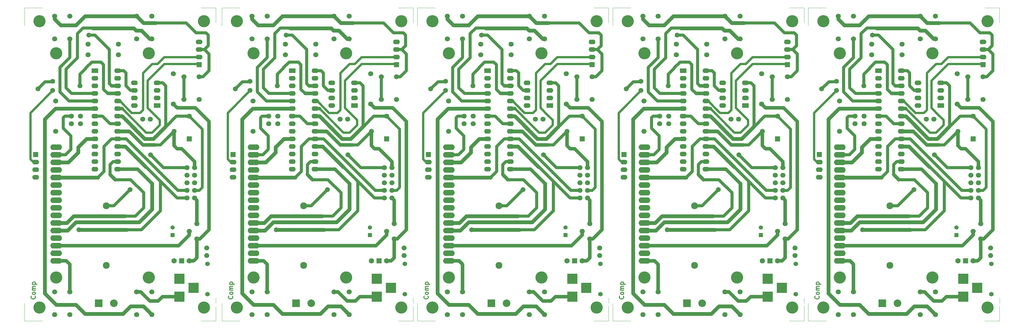
<source format=gtl>
G04 (created by PCBNEW (2013-07-07 BZR 4022)-stable) date 5/4/2015 1:16:15 PM*
%MOIN*%
G04 Gerber Fmt 3.4, Leading zero omitted, Abs format*
%FSLAX34Y34*%
G01*
G70*
G90*
G04 APERTURE LIST*
%ADD10C,0.00590551*%
%ADD11C,0.011811*%
%ADD12C,0.00393701*%
%ADD13C,0.0669291*%
%ADD14R,0.09X0.062*%
%ADD15O,0.09X0.062*%
%ADD16C,0.0905512*%
%ADD17O,0.152X0.076*%
%ADD18R,0.1X0.1*%
%ADD19C,0.1*%
%ADD20C,0.16*%
%ADD21R,0.0669291X0.0669291*%
%ADD22C,0.06*%
%ADD23C,0.066*%
%ADD24R,0.055X0.055*%
%ADD25C,0.055*%
%ADD26R,0.1378X0.1378*%
%ADD27C,0.07*%
%ADD28R,0.07X0.07*%
%ADD29C,0.065*%
%ADD30C,0.04*%
%ADD31C,0.045*%
%ADD32C,0.05*%
%ADD33C,0.03*%
%ADD34C,0.035*%
G04 APERTURE END LIST*
G54D10*
G54D11*
X13432Y-70995D02*
X13460Y-71023D01*
X13489Y-71107D01*
X13489Y-71163D01*
X13460Y-71248D01*
X13404Y-71304D01*
X13348Y-71332D01*
X13235Y-71360D01*
X13151Y-71360D01*
X13039Y-71332D01*
X12982Y-71304D01*
X12926Y-71248D01*
X12898Y-71163D01*
X12898Y-71107D01*
X12926Y-71023D01*
X12954Y-70995D01*
X13489Y-70657D02*
X13460Y-70714D01*
X13432Y-70742D01*
X13376Y-70770D01*
X13207Y-70770D01*
X13151Y-70742D01*
X13123Y-70714D01*
X13095Y-70657D01*
X13095Y-70573D01*
X13123Y-70517D01*
X13151Y-70489D01*
X13207Y-70460D01*
X13376Y-70460D01*
X13432Y-70489D01*
X13460Y-70517D01*
X13489Y-70573D01*
X13489Y-70657D01*
X13489Y-70207D02*
X13095Y-70207D01*
X13151Y-70207D02*
X13123Y-70179D01*
X13095Y-70123D01*
X13095Y-70039D01*
X13123Y-69982D01*
X13179Y-69954D01*
X13489Y-69954D01*
X13179Y-69954D02*
X13123Y-69926D01*
X13095Y-69870D01*
X13095Y-69785D01*
X13123Y-69729D01*
X13179Y-69701D01*
X13489Y-69701D01*
X13095Y-69420D02*
X13685Y-69420D01*
X13123Y-69420D02*
X13095Y-69364D01*
X13095Y-69251D01*
X13123Y-69195D01*
X13151Y-69167D01*
X13207Y-69139D01*
X13376Y-69139D01*
X13432Y-69167D01*
X13460Y-69195D01*
X13489Y-69251D01*
X13489Y-69364D01*
X13460Y-69420D01*
G54D12*
X37250Y-71950D02*
X37250Y-71250D01*
X12046Y-32941D02*
X12046Y-35303D01*
X12440Y-32941D02*
X12046Y-32941D01*
X12046Y-74279D02*
X12046Y-71917D01*
X12440Y-74279D02*
X12046Y-74279D01*
X37243Y-32941D02*
X37243Y-34909D01*
X35275Y-32941D02*
X37243Y-32941D01*
X37243Y-32941D02*
X35275Y-32941D01*
X37243Y-74279D02*
X37243Y-72311D01*
X37243Y-74279D02*
X35275Y-74279D01*
X12440Y-74279D02*
X14409Y-74279D01*
X12440Y-32941D02*
X14409Y-32941D01*
G54D11*
X116682Y-70995D02*
X116710Y-71023D01*
X116739Y-71107D01*
X116739Y-71163D01*
X116710Y-71248D01*
X116654Y-71304D01*
X116598Y-71332D01*
X116485Y-71360D01*
X116401Y-71360D01*
X116289Y-71332D01*
X116232Y-71304D01*
X116176Y-71248D01*
X116148Y-71163D01*
X116148Y-71107D01*
X116176Y-71023D01*
X116204Y-70995D01*
X116739Y-70657D02*
X116710Y-70714D01*
X116682Y-70742D01*
X116626Y-70770D01*
X116457Y-70770D01*
X116401Y-70742D01*
X116373Y-70714D01*
X116345Y-70657D01*
X116345Y-70573D01*
X116373Y-70517D01*
X116401Y-70489D01*
X116457Y-70460D01*
X116626Y-70460D01*
X116682Y-70489D01*
X116710Y-70517D01*
X116739Y-70573D01*
X116739Y-70657D01*
X116739Y-70207D02*
X116345Y-70207D01*
X116401Y-70207D02*
X116373Y-70179D01*
X116345Y-70123D01*
X116345Y-70039D01*
X116373Y-69982D01*
X116429Y-69954D01*
X116739Y-69954D01*
X116429Y-69954D02*
X116373Y-69926D01*
X116345Y-69870D01*
X116345Y-69785D01*
X116373Y-69729D01*
X116429Y-69701D01*
X116739Y-69701D01*
X116345Y-69420D02*
X116935Y-69420D01*
X116373Y-69420D02*
X116345Y-69364D01*
X116345Y-69251D01*
X116373Y-69195D01*
X116401Y-69167D01*
X116457Y-69139D01*
X116626Y-69139D01*
X116682Y-69167D01*
X116710Y-69195D01*
X116739Y-69251D01*
X116739Y-69364D01*
X116710Y-69420D01*
G54D12*
X140500Y-71950D02*
X140500Y-71250D01*
X115296Y-32941D02*
X115296Y-35303D01*
X115690Y-32941D02*
X115296Y-32941D01*
X115296Y-74279D02*
X115296Y-71917D01*
X115690Y-74279D02*
X115296Y-74279D01*
X140493Y-32941D02*
X140493Y-34909D01*
X138525Y-32941D02*
X140493Y-32941D01*
X140493Y-32941D02*
X138525Y-32941D01*
X140493Y-74279D02*
X140493Y-72311D01*
X140493Y-74279D02*
X138525Y-74279D01*
X115690Y-74279D02*
X117659Y-74279D01*
X115690Y-32941D02*
X117659Y-32941D01*
G54D11*
X90932Y-70995D02*
X90960Y-71023D01*
X90989Y-71107D01*
X90989Y-71163D01*
X90960Y-71248D01*
X90904Y-71304D01*
X90848Y-71332D01*
X90735Y-71360D01*
X90651Y-71360D01*
X90539Y-71332D01*
X90482Y-71304D01*
X90426Y-71248D01*
X90398Y-71163D01*
X90398Y-71107D01*
X90426Y-71023D01*
X90454Y-70995D01*
X90989Y-70657D02*
X90960Y-70714D01*
X90932Y-70742D01*
X90876Y-70770D01*
X90707Y-70770D01*
X90651Y-70742D01*
X90623Y-70714D01*
X90595Y-70657D01*
X90595Y-70573D01*
X90623Y-70517D01*
X90651Y-70489D01*
X90707Y-70460D01*
X90876Y-70460D01*
X90932Y-70489D01*
X90960Y-70517D01*
X90989Y-70573D01*
X90989Y-70657D01*
X90989Y-70207D02*
X90595Y-70207D01*
X90651Y-70207D02*
X90623Y-70179D01*
X90595Y-70123D01*
X90595Y-70039D01*
X90623Y-69982D01*
X90679Y-69954D01*
X90989Y-69954D01*
X90679Y-69954D02*
X90623Y-69926D01*
X90595Y-69870D01*
X90595Y-69785D01*
X90623Y-69729D01*
X90679Y-69701D01*
X90989Y-69701D01*
X90595Y-69420D02*
X91185Y-69420D01*
X90623Y-69420D02*
X90595Y-69364D01*
X90595Y-69251D01*
X90623Y-69195D01*
X90651Y-69167D01*
X90707Y-69139D01*
X90876Y-69139D01*
X90932Y-69167D01*
X90960Y-69195D01*
X90989Y-69251D01*
X90989Y-69364D01*
X90960Y-69420D01*
G54D12*
X114750Y-71950D02*
X114750Y-71250D01*
X89546Y-32941D02*
X89546Y-35303D01*
X89940Y-32941D02*
X89546Y-32941D01*
X89546Y-74279D02*
X89546Y-71917D01*
X89940Y-74279D02*
X89546Y-74279D01*
X114743Y-32941D02*
X114743Y-34909D01*
X112775Y-32941D02*
X114743Y-32941D01*
X114743Y-32941D02*
X112775Y-32941D01*
X114743Y-74279D02*
X114743Y-72311D01*
X114743Y-74279D02*
X112775Y-74279D01*
X89940Y-74279D02*
X91909Y-74279D01*
X89940Y-32941D02*
X91909Y-32941D01*
G54D11*
X39432Y-70995D02*
X39460Y-71023D01*
X39489Y-71107D01*
X39489Y-71163D01*
X39460Y-71248D01*
X39404Y-71304D01*
X39348Y-71332D01*
X39235Y-71360D01*
X39151Y-71360D01*
X39039Y-71332D01*
X38982Y-71304D01*
X38926Y-71248D01*
X38898Y-71163D01*
X38898Y-71107D01*
X38926Y-71023D01*
X38954Y-70995D01*
X39489Y-70657D02*
X39460Y-70714D01*
X39432Y-70742D01*
X39376Y-70770D01*
X39207Y-70770D01*
X39151Y-70742D01*
X39123Y-70714D01*
X39095Y-70657D01*
X39095Y-70573D01*
X39123Y-70517D01*
X39151Y-70489D01*
X39207Y-70460D01*
X39376Y-70460D01*
X39432Y-70489D01*
X39460Y-70517D01*
X39489Y-70573D01*
X39489Y-70657D01*
X39489Y-70207D02*
X39095Y-70207D01*
X39151Y-70207D02*
X39123Y-70179D01*
X39095Y-70123D01*
X39095Y-70039D01*
X39123Y-69982D01*
X39179Y-69954D01*
X39489Y-69954D01*
X39179Y-69954D02*
X39123Y-69926D01*
X39095Y-69870D01*
X39095Y-69785D01*
X39123Y-69729D01*
X39179Y-69701D01*
X39489Y-69701D01*
X39095Y-69420D02*
X39685Y-69420D01*
X39123Y-69420D02*
X39095Y-69364D01*
X39095Y-69251D01*
X39123Y-69195D01*
X39151Y-69167D01*
X39207Y-69139D01*
X39376Y-69139D01*
X39432Y-69167D01*
X39460Y-69195D01*
X39489Y-69251D01*
X39489Y-69364D01*
X39460Y-69420D01*
G54D12*
X63250Y-71950D02*
X63250Y-71250D01*
X38046Y-32941D02*
X38046Y-35303D01*
X38440Y-32941D02*
X38046Y-32941D01*
X38046Y-74279D02*
X38046Y-71917D01*
X38440Y-74279D02*
X38046Y-74279D01*
X63243Y-32941D02*
X63243Y-34909D01*
X61275Y-32941D02*
X63243Y-32941D01*
X63243Y-32941D02*
X61275Y-32941D01*
X63243Y-74279D02*
X63243Y-72311D01*
X63243Y-74279D02*
X61275Y-74279D01*
X38440Y-74279D02*
X40409Y-74279D01*
X38440Y-32941D02*
X40409Y-32941D01*
G54D11*
X65182Y-70995D02*
X65210Y-71023D01*
X65239Y-71107D01*
X65239Y-71163D01*
X65210Y-71248D01*
X65154Y-71304D01*
X65098Y-71332D01*
X64985Y-71360D01*
X64901Y-71360D01*
X64789Y-71332D01*
X64732Y-71304D01*
X64676Y-71248D01*
X64648Y-71163D01*
X64648Y-71107D01*
X64676Y-71023D01*
X64704Y-70995D01*
X65239Y-70657D02*
X65210Y-70714D01*
X65182Y-70742D01*
X65126Y-70770D01*
X64957Y-70770D01*
X64901Y-70742D01*
X64873Y-70714D01*
X64845Y-70657D01*
X64845Y-70573D01*
X64873Y-70517D01*
X64901Y-70489D01*
X64957Y-70460D01*
X65126Y-70460D01*
X65182Y-70489D01*
X65210Y-70517D01*
X65239Y-70573D01*
X65239Y-70657D01*
X65239Y-70207D02*
X64845Y-70207D01*
X64901Y-70207D02*
X64873Y-70179D01*
X64845Y-70123D01*
X64845Y-70039D01*
X64873Y-69982D01*
X64929Y-69954D01*
X65239Y-69954D01*
X64929Y-69954D02*
X64873Y-69926D01*
X64845Y-69870D01*
X64845Y-69785D01*
X64873Y-69729D01*
X64929Y-69701D01*
X65239Y-69701D01*
X64845Y-69420D02*
X65435Y-69420D01*
X64873Y-69420D02*
X64845Y-69364D01*
X64845Y-69251D01*
X64873Y-69195D01*
X64901Y-69167D01*
X64957Y-69139D01*
X65126Y-69139D01*
X65182Y-69167D01*
X65210Y-69195D01*
X65239Y-69251D01*
X65239Y-69364D01*
X65210Y-69420D01*
G54D12*
X89000Y-71950D02*
X89000Y-71250D01*
X63796Y-32941D02*
X63796Y-35303D01*
X64190Y-32941D02*
X63796Y-32941D01*
X63796Y-74279D02*
X63796Y-71917D01*
X64190Y-74279D02*
X63796Y-74279D01*
X88993Y-32941D02*
X88993Y-34909D01*
X87025Y-32941D02*
X88993Y-32941D01*
X88993Y-32941D02*
X87025Y-32941D01*
X88993Y-74279D02*
X88993Y-72311D01*
X88993Y-74279D02*
X87025Y-74279D01*
X64190Y-74279D02*
X66159Y-74279D01*
X64190Y-32941D02*
X66159Y-32941D01*
G54D13*
X33450Y-54050D03*
X34450Y-54050D03*
X33450Y-55050D03*
X34450Y-55050D03*
X33450Y-56050D03*
X34450Y-56050D03*
X33450Y-57050D03*
X34450Y-57050D03*
X33450Y-58050D03*
X34450Y-58050D03*
X34750Y-63450D03*
X33750Y-62450D03*
X34750Y-61450D03*
X16150Y-49250D03*
X16150Y-45250D03*
X20400Y-39150D03*
X24400Y-39150D03*
X20400Y-37750D03*
X24400Y-37750D03*
X31650Y-45650D03*
X31650Y-41650D03*
G54D14*
X29500Y-45850D03*
G54D15*
X29500Y-44850D03*
X29500Y-43850D03*
X29500Y-42850D03*
X26500Y-42850D03*
X26500Y-43850D03*
X26500Y-44850D03*
X26500Y-45850D03*
X21300Y-42250D03*
X21300Y-43250D03*
X21300Y-44250D03*
X21300Y-45250D03*
X21300Y-46250D03*
X21300Y-47250D03*
X21300Y-48250D03*
X21300Y-49250D03*
X21300Y-50250D03*
X21300Y-51250D03*
X21300Y-52250D03*
X21300Y-53250D03*
X21300Y-54250D03*
G54D14*
X21300Y-41250D03*
G54D15*
X24300Y-54250D03*
X24300Y-53250D03*
X24300Y-52250D03*
X24300Y-51250D03*
X24300Y-50250D03*
X24300Y-49250D03*
X24300Y-48250D03*
X24300Y-47250D03*
X24300Y-46250D03*
X24300Y-45250D03*
X24300Y-44250D03*
X24300Y-43250D03*
X24300Y-42250D03*
X24300Y-41250D03*
G54D13*
X27600Y-47650D03*
X28600Y-47650D03*
X18200Y-47250D03*
X18200Y-48250D03*
X19400Y-47250D03*
X19400Y-48250D03*
G54D16*
X22800Y-59076D03*
X22800Y-66950D03*
G54D17*
X16200Y-66350D03*
X16200Y-65350D03*
X16200Y-64350D03*
X16200Y-63350D03*
X16200Y-62350D03*
X16200Y-61350D03*
X16200Y-60350D03*
X16200Y-59350D03*
X16200Y-58350D03*
X16200Y-57350D03*
X16200Y-56350D03*
X16200Y-55350D03*
X16200Y-54350D03*
X16200Y-53350D03*
X16200Y-52350D03*
X16200Y-51350D03*
G54D13*
X26800Y-70450D03*
X28800Y-70450D03*
X26800Y-73450D03*
X28800Y-73450D03*
X26800Y-34050D03*
X28800Y-34050D03*
X26800Y-37050D03*
X28800Y-37050D03*
X18000Y-73450D03*
X16000Y-73450D03*
X18000Y-70450D03*
X16000Y-70450D03*
X16000Y-34050D03*
X18000Y-34050D03*
X16000Y-37050D03*
X18000Y-37050D03*
X35050Y-45050D03*
X33050Y-45050D03*
X35050Y-42050D03*
X33050Y-42050D03*
G54D18*
X21800Y-71950D03*
G54D19*
X23800Y-71950D03*
G54D20*
X35668Y-72508D03*
X14015Y-72508D03*
X14015Y-34712D03*
X35668Y-34712D03*
X16200Y-38950D03*
X16200Y-68550D03*
X28400Y-68550D03*
X28400Y-38950D03*
G54D21*
X33750Y-50250D03*
G54D13*
X33750Y-47250D03*
G54D21*
X35050Y-40450D03*
G54D15*
X35050Y-39450D03*
X35050Y-38450D03*
X35050Y-37450D03*
G54D21*
X13500Y-52300D03*
G54D15*
X13500Y-53300D03*
X13500Y-54300D03*
X13500Y-55300D03*
G54D22*
X36150Y-66750D03*
X36150Y-70750D03*
G54D23*
X36050Y-65650D03*
X36050Y-64650D03*
G54D24*
X31550Y-62950D03*
G54D25*
X31550Y-61950D03*
G54D26*
X32450Y-68709D03*
X32450Y-71071D03*
X34300Y-69890D03*
G54D27*
X31750Y-66350D03*
G54D28*
X32750Y-66350D03*
G54D27*
X33750Y-66350D03*
G54D13*
X136700Y-54050D03*
X137700Y-54050D03*
X136700Y-55050D03*
X137700Y-55050D03*
X136700Y-56050D03*
X137700Y-56050D03*
X136700Y-57050D03*
X137700Y-57050D03*
X136700Y-58050D03*
X137700Y-58050D03*
X138000Y-63450D03*
X137000Y-62450D03*
X138000Y-61450D03*
X119400Y-49250D03*
X119400Y-45250D03*
X123650Y-39150D03*
X127650Y-39150D03*
X123650Y-37750D03*
X127650Y-37750D03*
X134900Y-45650D03*
X134900Y-41650D03*
G54D14*
X132750Y-45850D03*
G54D15*
X132750Y-44850D03*
X132750Y-43850D03*
X132750Y-42850D03*
X129750Y-42850D03*
X129750Y-43850D03*
X129750Y-44850D03*
X129750Y-45850D03*
X124550Y-42250D03*
X124550Y-43250D03*
X124550Y-44250D03*
X124550Y-45250D03*
X124550Y-46250D03*
X124550Y-47250D03*
X124550Y-48250D03*
X124550Y-49250D03*
X124550Y-50250D03*
X124550Y-51250D03*
X124550Y-52250D03*
X124550Y-53250D03*
X124550Y-54250D03*
G54D14*
X124550Y-41250D03*
G54D15*
X127550Y-54250D03*
X127550Y-53250D03*
X127550Y-52250D03*
X127550Y-51250D03*
X127550Y-50250D03*
X127550Y-49250D03*
X127550Y-48250D03*
X127550Y-47250D03*
X127550Y-46250D03*
X127550Y-45250D03*
X127550Y-44250D03*
X127550Y-43250D03*
X127550Y-42250D03*
X127550Y-41250D03*
G54D13*
X130850Y-47650D03*
X131850Y-47650D03*
X121450Y-47250D03*
X121450Y-48250D03*
X122650Y-47250D03*
X122650Y-48250D03*
G54D16*
X126050Y-59076D03*
X126050Y-66950D03*
G54D17*
X119450Y-66350D03*
X119450Y-65350D03*
X119450Y-64350D03*
X119450Y-63350D03*
X119450Y-62350D03*
X119450Y-61350D03*
X119450Y-60350D03*
X119450Y-59350D03*
X119450Y-58350D03*
X119450Y-57350D03*
X119450Y-56350D03*
X119450Y-55350D03*
X119450Y-54350D03*
X119450Y-53350D03*
X119450Y-52350D03*
X119450Y-51350D03*
G54D13*
X130050Y-70450D03*
X132050Y-70450D03*
X130050Y-73450D03*
X132050Y-73450D03*
X130050Y-34050D03*
X132050Y-34050D03*
X130050Y-37050D03*
X132050Y-37050D03*
X121250Y-73450D03*
X119250Y-73450D03*
X121250Y-70450D03*
X119250Y-70450D03*
X119250Y-34050D03*
X121250Y-34050D03*
X119250Y-37050D03*
X121250Y-37050D03*
X138300Y-45050D03*
X136300Y-45050D03*
X138300Y-42050D03*
X136300Y-42050D03*
G54D18*
X125050Y-71950D03*
G54D19*
X127050Y-71950D03*
G54D20*
X138918Y-72508D03*
X117265Y-72508D03*
X117265Y-34712D03*
X138918Y-34712D03*
X119450Y-38950D03*
X119450Y-68550D03*
X131650Y-68550D03*
X131650Y-38950D03*
G54D21*
X137000Y-50250D03*
G54D13*
X137000Y-47250D03*
G54D21*
X138300Y-40450D03*
G54D15*
X138300Y-39450D03*
X138300Y-38450D03*
X138300Y-37450D03*
G54D21*
X116750Y-52300D03*
G54D15*
X116750Y-53300D03*
X116750Y-54300D03*
X116750Y-55300D03*
G54D22*
X139400Y-66750D03*
X139400Y-70750D03*
G54D23*
X139300Y-65650D03*
X139300Y-64650D03*
G54D24*
X134800Y-62950D03*
G54D25*
X134800Y-61950D03*
G54D26*
X135700Y-68709D03*
X135700Y-71071D03*
X137550Y-69890D03*
G54D27*
X135000Y-66350D03*
G54D28*
X136000Y-66350D03*
G54D27*
X137000Y-66350D03*
G54D13*
X110950Y-54050D03*
X111950Y-54050D03*
X110950Y-55050D03*
X111950Y-55050D03*
X110950Y-56050D03*
X111950Y-56050D03*
X110950Y-57050D03*
X111950Y-57050D03*
X110950Y-58050D03*
X111950Y-58050D03*
X112250Y-63450D03*
X111250Y-62450D03*
X112250Y-61450D03*
X93650Y-49250D03*
X93650Y-45250D03*
X97900Y-39150D03*
X101900Y-39150D03*
X97900Y-37750D03*
X101900Y-37750D03*
X109150Y-45650D03*
X109150Y-41650D03*
G54D14*
X107000Y-45850D03*
G54D15*
X107000Y-44850D03*
X107000Y-43850D03*
X107000Y-42850D03*
X104000Y-42850D03*
X104000Y-43850D03*
X104000Y-44850D03*
X104000Y-45850D03*
X98800Y-42250D03*
X98800Y-43250D03*
X98800Y-44250D03*
X98800Y-45250D03*
X98800Y-46250D03*
X98800Y-47250D03*
X98800Y-48250D03*
X98800Y-49250D03*
X98800Y-50250D03*
X98800Y-51250D03*
X98800Y-52250D03*
X98800Y-53250D03*
X98800Y-54250D03*
G54D14*
X98800Y-41250D03*
G54D15*
X101800Y-54250D03*
X101800Y-53250D03*
X101800Y-52250D03*
X101800Y-51250D03*
X101800Y-50250D03*
X101800Y-49250D03*
X101800Y-48250D03*
X101800Y-47250D03*
X101800Y-46250D03*
X101800Y-45250D03*
X101800Y-44250D03*
X101800Y-43250D03*
X101800Y-42250D03*
X101800Y-41250D03*
G54D13*
X105100Y-47650D03*
X106100Y-47650D03*
X95700Y-47250D03*
X95700Y-48250D03*
X96900Y-47250D03*
X96900Y-48250D03*
G54D16*
X100300Y-59076D03*
X100300Y-66950D03*
G54D17*
X93700Y-66350D03*
X93700Y-65350D03*
X93700Y-64350D03*
X93700Y-63350D03*
X93700Y-62350D03*
X93700Y-61350D03*
X93700Y-60350D03*
X93700Y-59350D03*
X93700Y-58350D03*
X93700Y-57350D03*
X93700Y-56350D03*
X93700Y-55350D03*
X93700Y-54350D03*
X93700Y-53350D03*
X93700Y-52350D03*
X93700Y-51350D03*
G54D13*
X104300Y-70450D03*
X106300Y-70450D03*
X104300Y-73450D03*
X106300Y-73450D03*
X104300Y-34050D03*
X106300Y-34050D03*
X104300Y-37050D03*
X106300Y-37050D03*
X95500Y-73450D03*
X93500Y-73450D03*
X95500Y-70450D03*
X93500Y-70450D03*
X93500Y-34050D03*
X95500Y-34050D03*
X93500Y-37050D03*
X95500Y-37050D03*
X112550Y-45050D03*
X110550Y-45050D03*
X112550Y-42050D03*
X110550Y-42050D03*
G54D18*
X99300Y-71950D03*
G54D19*
X101300Y-71950D03*
G54D20*
X113168Y-72508D03*
X91515Y-72508D03*
X91515Y-34712D03*
X113168Y-34712D03*
X93700Y-38950D03*
X93700Y-68550D03*
X105900Y-68550D03*
X105900Y-38950D03*
G54D21*
X111250Y-50250D03*
G54D13*
X111250Y-47250D03*
G54D21*
X112550Y-40450D03*
G54D15*
X112550Y-39450D03*
X112550Y-38450D03*
X112550Y-37450D03*
G54D21*
X91000Y-52300D03*
G54D15*
X91000Y-53300D03*
X91000Y-54300D03*
X91000Y-55300D03*
G54D22*
X113650Y-66750D03*
X113650Y-70750D03*
G54D23*
X113550Y-65650D03*
X113550Y-64650D03*
G54D24*
X109050Y-62950D03*
G54D25*
X109050Y-61950D03*
G54D26*
X109950Y-68709D03*
X109950Y-71071D03*
X111800Y-69890D03*
G54D27*
X109250Y-66350D03*
G54D28*
X110250Y-66350D03*
G54D27*
X111250Y-66350D03*
G54D13*
X59450Y-54050D03*
X60450Y-54050D03*
X59450Y-55050D03*
X60450Y-55050D03*
X59450Y-56050D03*
X60450Y-56050D03*
X59450Y-57050D03*
X60450Y-57050D03*
X59450Y-58050D03*
X60450Y-58050D03*
X60750Y-63450D03*
X59750Y-62450D03*
X60750Y-61450D03*
X42150Y-49250D03*
X42150Y-45250D03*
X46400Y-39150D03*
X50400Y-39150D03*
X46400Y-37750D03*
X50400Y-37750D03*
X57650Y-45650D03*
X57650Y-41650D03*
G54D14*
X55500Y-45850D03*
G54D15*
X55500Y-44850D03*
X55500Y-43850D03*
X55500Y-42850D03*
X52500Y-42850D03*
X52500Y-43850D03*
X52500Y-44850D03*
X52500Y-45850D03*
X47300Y-42250D03*
X47300Y-43250D03*
X47300Y-44250D03*
X47300Y-45250D03*
X47300Y-46250D03*
X47300Y-47250D03*
X47300Y-48250D03*
X47300Y-49250D03*
X47300Y-50250D03*
X47300Y-51250D03*
X47300Y-52250D03*
X47300Y-53250D03*
X47300Y-54250D03*
G54D14*
X47300Y-41250D03*
G54D15*
X50300Y-54250D03*
X50300Y-53250D03*
X50300Y-52250D03*
X50300Y-51250D03*
X50300Y-50250D03*
X50300Y-49250D03*
X50300Y-48250D03*
X50300Y-47250D03*
X50300Y-46250D03*
X50300Y-45250D03*
X50300Y-44250D03*
X50300Y-43250D03*
X50300Y-42250D03*
X50300Y-41250D03*
G54D13*
X53600Y-47650D03*
X54600Y-47650D03*
X44200Y-47250D03*
X44200Y-48250D03*
X45400Y-47250D03*
X45400Y-48250D03*
G54D16*
X48800Y-59076D03*
X48800Y-66950D03*
G54D17*
X42200Y-66350D03*
X42200Y-65350D03*
X42200Y-64350D03*
X42200Y-63350D03*
X42200Y-62350D03*
X42200Y-61350D03*
X42200Y-60350D03*
X42200Y-59350D03*
X42200Y-58350D03*
X42200Y-57350D03*
X42200Y-56350D03*
X42200Y-55350D03*
X42200Y-54350D03*
X42200Y-53350D03*
X42200Y-52350D03*
X42200Y-51350D03*
G54D13*
X52800Y-70450D03*
X54800Y-70450D03*
X52800Y-73450D03*
X54800Y-73450D03*
X52800Y-34050D03*
X54800Y-34050D03*
X52800Y-37050D03*
X54800Y-37050D03*
X44000Y-73450D03*
X42000Y-73450D03*
X44000Y-70450D03*
X42000Y-70450D03*
X42000Y-34050D03*
X44000Y-34050D03*
X42000Y-37050D03*
X44000Y-37050D03*
X61050Y-45050D03*
X59050Y-45050D03*
X61050Y-42050D03*
X59050Y-42050D03*
G54D18*
X47800Y-71950D03*
G54D19*
X49800Y-71950D03*
G54D20*
X61668Y-72508D03*
X40015Y-72508D03*
X40015Y-34712D03*
X61668Y-34712D03*
X42200Y-38950D03*
X42200Y-68550D03*
X54400Y-68550D03*
X54400Y-38950D03*
G54D21*
X59750Y-50250D03*
G54D13*
X59750Y-47250D03*
G54D21*
X61050Y-40450D03*
G54D15*
X61050Y-39450D03*
X61050Y-38450D03*
X61050Y-37450D03*
G54D21*
X39500Y-52300D03*
G54D15*
X39500Y-53300D03*
X39500Y-54300D03*
X39500Y-55300D03*
G54D22*
X62150Y-66750D03*
X62150Y-70750D03*
G54D23*
X62050Y-65650D03*
X62050Y-64650D03*
G54D24*
X57550Y-62950D03*
G54D25*
X57550Y-61950D03*
G54D26*
X58450Y-68709D03*
X58450Y-71071D03*
X60300Y-69890D03*
G54D27*
X57750Y-66350D03*
G54D28*
X58750Y-66350D03*
G54D27*
X59750Y-66350D03*
G54D13*
X85200Y-54050D03*
X86200Y-54050D03*
X85200Y-55050D03*
X86200Y-55050D03*
X85200Y-56050D03*
X86200Y-56050D03*
X85200Y-57050D03*
X86200Y-57050D03*
X85200Y-58050D03*
X86200Y-58050D03*
X86500Y-63450D03*
X85500Y-62450D03*
X86500Y-61450D03*
X67900Y-49250D03*
X67900Y-45250D03*
X72150Y-39150D03*
X76150Y-39150D03*
X72150Y-37750D03*
X76150Y-37750D03*
X83400Y-45650D03*
X83400Y-41650D03*
G54D14*
X81250Y-45850D03*
G54D15*
X81250Y-44850D03*
X81250Y-43850D03*
X81250Y-42850D03*
X78250Y-42850D03*
X78250Y-43850D03*
X78250Y-44850D03*
X78250Y-45850D03*
X73050Y-42250D03*
X73050Y-43250D03*
X73050Y-44250D03*
X73050Y-45250D03*
X73050Y-46250D03*
X73050Y-47250D03*
X73050Y-48250D03*
X73050Y-49250D03*
X73050Y-50250D03*
X73050Y-51250D03*
X73050Y-52250D03*
X73050Y-53250D03*
X73050Y-54250D03*
G54D14*
X73050Y-41250D03*
G54D15*
X76050Y-54250D03*
X76050Y-53250D03*
X76050Y-52250D03*
X76050Y-51250D03*
X76050Y-50250D03*
X76050Y-49250D03*
X76050Y-48250D03*
X76050Y-47250D03*
X76050Y-46250D03*
X76050Y-45250D03*
X76050Y-44250D03*
X76050Y-43250D03*
X76050Y-42250D03*
X76050Y-41250D03*
G54D13*
X79350Y-47650D03*
X80350Y-47650D03*
X69950Y-47250D03*
X69950Y-48250D03*
X71150Y-47250D03*
X71150Y-48250D03*
G54D16*
X74550Y-59076D03*
X74550Y-66950D03*
G54D17*
X67950Y-66350D03*
X67950Y-65350D03*
X67950Y-64350D03*
X67950Y-63350D03*
X67950Y-62350D03*
X67950Y-61350D03*
X67950Y-60350D03*
X67950Y-59350D03*
X67950Y-58350D03*
X67950Y-57350D03*
X67950Y-56350D03*
X67950Y-55350D03*
X67950Y-54350D03*
X67950Y-53350D03*
X67950Y-52350D03*
X67950Y-51350D03*
G54D13*
X78550Y-70450D03*
X80550Y-70450D03*
X78550Y-73450D03*
X80550Y-73450D03*
X78550Y-34050D03*
X80550Y-34050D03*
X78550Y-37050D03*
X80550Y-37050D03*
X69750Y-73450D03*
X67750Y-73450D03*
X69750Y-70450D03*
X67750Y-70450D03*
X67750Y-34050D03*
X69750Y-34050D03*
X67750Y-37050D03*
X69750Y-37050D03*
X86800Y-45050D03*
X84800Y-45050D03*
X86800Y-42050D03*
X84800Y-42050D03*
G54D18*
X73550Y-71950D03*
G54D19*
X75550Y-71950D03*
G54D20*
X87418Y-72508D03*
X65765Y-72508D03*
X65765Y-34712D03*
X87418Y-34712D03*
X67950Y-38950D03*
X67950Y-68550D03*
X80150Y-68550D03*
X80150Y-38950D03*
G54D21*
X85500Y-50250D03*
G54D13*
X85500Y-47250D03*
G54D21*
X86800Y-40450D03*
G54D15*
X86800Y-39450D03*
X86800Y-38450D03*
X86800Y-37450D03*
G54D21*
X65250Y-52300D03*
G54D15*
X65250Y-53300D03*
X65250Y-54300D03*
X65250Y-55300D03*
G54D22*
X87900Y-66750D03*
X87900Y-70750D03*
G54D23*
X87800Y-65650D03*
X87800Y-64650D03*
G54D24*
X83300Y-62950D03*
G54D25*
X83300Y-61950D03*
G54D26*
X84200Y-68709D03*
X84200Y-71071D03*
X86050Y-69890D03*
G54D27*
X83500Y-66350D03*
G54D28*
X84500Y-66350D03*
G54D27*
X85500Y-66350D03*
G54D29*
X31750Y-49250D03*
X135000Y-49250D03*
X109250Y-49250D03*
X57750Y-49250D03*
X83500Y-49250D03*
X13800Y-43650D03*
X15750Y-42650D03*
X20500Y-36550D03*
X117050Y-43650D03*
X119000Y-42650D03*
X123750Y-36550D03*
X91300Y-43650D03*
X93250Y-42650D03*
X98000Y-36550D03*
X39800Y-43650D03*
X41750Y-42650D03*
X46500Y-36550D03*
X65550Y-43650D03*
X67500Y-42650D03*
X72250Y-36550D03*
X19200Y-62250D03*
X122450Y-62250D03*
X96700Y-62250D03*
X45200Y-62250D03*
X70950Y-62250D03*
X28650Y-52350D03*
X131900Y-52350D03*
X106150Y-52350D03*
X54650Y-52350D03*
X80400Y-52350D03*
X15750Y-43850D03*
X19350Y-43250D03*
X119000Y-43850D03*
X122600Y-43250D03*
X93250Y-43850D03*
X96850Y-43250D03*
X41750Y-43850D03*
X45350Y-43250D03*
X67500Y-43850D03*
X71100Y-43250D03*
X25950Y-56950D03*
X129200Y-56950D03*
X103450Y-56950D03*
X51950Y-56950D03*
X77700Y-56950D03*
G54D30*
X18200Y-47250D02*
X17350Y-47250D01*
X17450Y-52350D02*
X16200Y-52350D01*
X18150Y-51650D02*
X17450Y-52350D01*
X18150Y-49850D02*
X18150Y-51650D01*
X17150Y-48850D02*
X18150Y-49850D01*
X17150Y-47450D02*
X17150Y-48850D01*
X17350Y-47250D02*
X17150Y-47450D01*
X29950Y-51050D02*
X31750Y-49250D01*
G54D31*
X34450Y-54050D02*
X34450Y-53250D01*
X31750Y-51150D02*
X31750Y-49250D01*
X32150Y-51550D02*
X31750Y-51150D01*
X32750Y-51550D02*
X32150Y-51550D01*
X34450Y-53250D02*
X32750Y-51550D01*
X34750Y-63450D02*
X35150Y-63450D01*
X32150Y-46150D02*
X31650Y-45650D01*
X34550Y-46150D02*
X32150Y-46150D01*
X36350Y-47950D02*
X34550Y-46150D01*
X36350Y-62250D02*
X36350Y-47950D01*
X35150Y-63450D02*
X36350Y-62250D01*
X34750Y-63450D02*
X34750Y-65950D01*
X34350Y-66350D02*
X33750Y-66350D01*
X34750Y-65950D02*
X34350Y-66350D01*
G54D30*
X29250Y-51050D02*
X29950Y-51050D01*
G54D31*
X25850Y-49250D02*
X27650Y-51050D01*
X27650Y-51050D02*
X29250Y-51050D01*
G54D30*
X24300Y-49250D02*
X25850Y-49250D01*
G54D32*
X25800Y-49250D02*
X24300Y-49250D01*
G54D30*
X21300Y-47250D02*
X22300Y-47250D01*
X23300Y-48250D02*
X24300Y-48250D01*
X22300Y-47250D02*
X23300Y-48250D01*
X121450Y-47250D02*
X120600Y-47250D01*
X120700Y-52350D02*
X119450Y-52350D01*
X121400Y-51650D02*
X120700Y-52350D01*
X121400Y-49850D02*
X121400Y-51650D01*
X120400Y-48850D02*
X121400Y-49850D01*
X120400Y-47450D02*
X120400Y-48850D01*
X120600Y-47250D02*
X120400Y-47450D01*
X133200Y-51050D02*
X135000Y-49250D01*
G54D31*
X137700Y-54050D02*
X137700Y-53250D01*
X135000Y-51150D02*
X135000Y-49250D01*
X135400Y-51550D02*
X135000Y-51150D01*
X136000Y-51550D02*
X135400Y-51550D01*
X137700Y-53250D02*
X136000Y-51550D01*
X138000Y-63450D02*
X138400Y-63450D01*
X135400Y-46150D02*
X134900Y-45650D01*
X137800Y-46150D02*
X135400Y-46150D01*
X139600Y-47950D02*
X137800Y-46150D01*
X139600Y-62250D02*
X139600Y-47950D01*
X138400Y-63450D02*
X139600Y-62250D01*
X138000Y-63450D02*
X138000Y-65950D01*
X137600Y-66350D02*
X137000Y-66350D01*
X138000Y-65950D02*
X137600Y-66350D01*
G54D30*
X132500Y-51050D02*
X133200Y-51050D01*
G54D31*
X129100Y-49250D02*
X130900Y-51050D01*
X130900Y-51050D02*
X132500Y-51050D01*
G54D30*
X127550Y-49250D02*
X129100Y-49250D01*
G54D32*
X129050Y-49250D02*
X127550Y-49250D01*
G54D30*
X124550Y-47250D02*
X125550Y-47250D01*
X126550Y-48250D02*
X127550Y-48250D01*
X125550Y-47250D02*
X126550Y-48250D01*
X95700Y-47250D02*
X94850Y-47250D01*
X94950Y-52350D02*
X93700Y-52350D01*
X95650Y-51650D02*
X94950Y-52350D01*
X95650Y-49850D02*
X95650Y-51650D01*
X94650Y-48850D02*
X95650Y-49850D01*
X94650Y-47450D02*
X94650Y-48850D01*
X94850Y-47250D02*
X94650Y-47450D01*
X107450Y-51050D02*
X109250Y-49250D01*
G54D31*
X111950Y-54050D02*
X111950Y-53250D01*
X109250Y-51150D02*
X109250Y-49250D01*
X109650Y-51550D02*
X109250Y-51150D01*
X110250Y-51550D02*
X109650Y-51550D01*
X111950Y-53250D02*
X110250Y-51550D01*
X112250Y-63450D02*
X112650Y-63450D01*
X109650Y-46150D02*
X109150Y-45650D01*
X112050Y-46150D02*
X109650Y-46150D01*
X113850Y-47950D02*
X112050Y-46150D01*
X113850Y-62250D02*
X113850Y-47950D01*
X112650Y-63450D02*
X113850Y-62250D01*
X112250Y-63450D02*
X112250Y-65950D01*
X111850Y-66350D02*
X111250Y-66350D01*
X112250Y-65950D02*
X111850Y-66350D01*
G54D30*
X106750Y-51050D02*
X107450Y-51050D01*
G54D31*
X103350Y-49250D02*
X105150Y-51050D01*
X105150Y-51050D02*
X106750Y-51050D01*
G54D30*
X101800Y-49250D02*
X103350Y-49250D01*
G54D32*
X103300Y-49250D02*
X101800Y-49250D01*
G54D30*
X98800Y-47250D02*
X99800Y-47250D01*
X100800Y-48250D02*
X101800Y-48250D01*
X99800Y-47250D02*
X100800Y-48250D01*
X44200Y-47250D02*
X43350Y-47250D01*
X43450Y-52350D02*
X42200Y-52350D01*
X44150Y-51650D02*
X43450Y-52350D01*
X44150Y-49850D02*
X44150Y-51650D01*
X43150Y-48850D02*
X44150Y-49850D01*
X43150Y-47450D02*
X43150Y-48850D01*
X43350Y-47250D02*
X43150Y-47450D01*
X55950Y-51050D02*
X57750Y-49250D01*
G54D31*
X60450Y-54050D02*
X60450Y-53250D01*
X57750Y-51150D02*
X57750Y-49250D01*
X58150Y-51550D02*
X57750Y-51150D01*
X58750Y-51550D02*
X58150Y-51550D01*
X60450Y-53250D02*
X58750Y-51550D01*
X60750Y-63450D02*
X61150Y-63450D01*
X58150Y-46150D02*
X57650Y-45650D01*
X60550Y-46150D02*
X58150Y-46150D01*
X62350Y-47950D02*
X60550Y-46150D01*
X62350Y-62250D02*
X62350Y-47950D01*
X61150Y-63450D02*
X62350Y-62250D01*
X60750Y-63450D02*
X60750Y-65950D01*
X60350Y-66350D02*
X59750Y-66350D01*
X60750Y-65950D02*
X60350Y-66350D01*
G54D30*
X55250Y-51050D02*
X55950Y-51050D01*
G54D31*
X51850Y-49250D02*
X53650Y-51050D01*
X53650Y-51050D02*
X55250Y-51050D01*
G54D30*
X50300Y-49250D02*
X51850Y-49250D01*
G54D32*
X51800Y-49250D02*
X50300Y-49250D01*
G54D30*
X47300Y-47250D02*
X48300Y-47250D01*
X49300Y-48250D02*
X50300Y-48250D01*
X48300Y-47250D02*
X49300Y-48250D01*
X69950Y-47250D02*
X69100Y-47250D01*
X69200Y-52350D02*
X67950Y-52350D01*
X69900Y-51650D02*
X69200Y-52350D01*
X69900Y-49850D02*
X69900Y-51650D01*
X68900Y-48850D02*
X69900Y-49850D01*
X68900Y-47450D02*
X68900Y-48850D01*
X69100Y-47250D02*
X68900Y-47450D01*
X81700Y-51050D02*
X83500Y-49250D01*
G54D31*
X86200Y-54050D02*
X86200Y-53250D01*
X83500Y-51150D02*
X83500Y-49250D01*
X83900Y-51550D02*
X83500Y-51150D01*
X84500Y-51550D02*
X83900Y-51550D01*
X86200Y-53250D02*
X84500Y-51550D01*
X86500Y-63450D02*
X86900Y-63450D01*
X83900Y-46150D02*
X83400Y-45650D01*
X86300Y-46150D02*
X83900Y-46150D01*
X88100Y-47950D02*
X86300Y-46150D01*
X88100Y-62250D02*
X88100Y-47950D01*
X86900Y-63450D02*
X88100Y-62250D01*
X86500Y-63450D02*
X86500Y-65950D01*
X86100Y-66350D02*
X85500Y-66350D01*
X86500Y-65950D02*
X86100Y-66350D01*
G54D30*
X81000Y-51050D02*
X81700Y-51050D01*
G54D31*
X77600Y-49250D02*
X79400Y-51050D01*
X79400Y-51050D02*
X81000Y-51050D01*
G54D30*
X76050Y-49250D02*
X77600Y-49250D01*
G54D32*
X77550Y-49250D02*
X76050Y-49250D01*
G54D30*
X73050Y-47250D02*
X74050Y-47250D01*
X75050Y-48250D02*
X76050Y-48250D01*
X74050Y-47250D02*
X75050Y-48250D01*
G54D33*
X29050Y-41750D02*
X29750Y-41050D01*
X28250Y-46150D02*
X28250Y-42550D01*
X28250Y-42550D02*
X29050Y-41750D01*
X29100Y-47000D02*
X28250Y-46150D01*
X34950Y-40350D02*
X35050Y-40450D01*
X30450Y-40350D02*
X34950Y-40350D01*
X29750Y-41050D02*
X30450Y-40350D01*
X29850Y-47750D02*
X29850Y-48400D01*
X28550Y-46450D02*
X29100Y-47000D01*
X29100Y-47000D02*
X29850Y-47750D01*
G54D31*
X24300Y-46250D02*
X24900Y-46250D01*
G54D33*
X28850Y-49400D02*
X29850Y-48400D01*
X28050Y-49400D02*
X28850Y-49400D01*
X24900Y-46250D02*
X28050Y-49400D01*
X132300Y-41750D02*
X133000Y-41050D01*
X131500Y-46150D02*
X131500Y-42550D01*
X131500Y-42550D02*
X132300Y-41750D01*
X132350Y-47000D02*
X131500Y-46150D01*
X138200Y-40350D02*
X138300Y-40450D01*
X133700Y-40350D02*
X138200Y-40350D01*
X133000Y-41050D02*
X133700Y-40350D01*
X133100Y-47750D02*
X133100Y-48400D01*
X131800Y-46450D02*
X132350Y-47000D01*
X132350Y-47000D02*
X133100Y-47750D01*
G54D31*
X127550Y-46250D02*
X128150Y-46250D01*
G54D33*
X132100Y-49400D02*
X133100Y-48400D01*
X131300Y-49400D02*
X132100Y-49400D01*
X128150Y-46250D02*
X131300Y-49400D01*
X106550Y-41750D02*
X107250Y-41050D01*
X105750Y-46150D02*
X105750Y-42550D01*
X105750Y-42550D02*
X106550Y-41750D01*
X106600Y-47000D02*
X105750Y-46150D01*
X112450Y-40350D02*
X112550Y-40450D01*
X107950Y-40350D02*
X112450Y-40350D01*
X107250Y-41050D02*
X107950Y-40350D01*
X107350Y-47750D02*
X107350Y-48400D01*
X106050Y-46450D02*
X106600Y-47000D01*
X106600Y-47000D02*
X107350Y-47750D01*
G54D31*
X101800Y-46250D02*
X102400Y-46250D01*
G54D33*
X106350Y-49400D02*
X107350Y-48400D01*
X105550Y-49400D02*
X106350Y-49400D01*
X102400Y-46250D02*
X105550Y-49400D01*
X55050Y-41750D02*
X55750Y-41050D01*
X54250Y-46150D02*
X54250Y-42550D01*
X54250Y-42550D02*
X55050Y-41750D01*
X55100Y-47000D02*
X54250Y-46150D01*
X60950Y-40350D02*
X61050Y-40450D01*
X56450Y-40350D02*
X60950Y-40350D01*
X55750Y-41050D02*
X56450Y-40350D01*
X55850Y-47750D02*
X55850Y-48400D01*
X54550Y-46450D02*
X55100Y-47000D01*
X55100Y-47000D02*
X55850Y-47750D01*
G54D31*
X50300Y-46250D02*
X50900Y-46250D01*
G54D33*
X54850Y-49400D02*
X55850Y-48400D01*
X54050Y-49400D02*
X54850Y-49400D01*
X50900Y-46250D02*
X54050Y-49400D01*
X80800Y-41750D02*
X81500Y-41050D01*
X80000Y-46150D02*
X80000Y-42550D01*
X80000Y-42550D02*
X80800Y-41750D01*
X80850Y-47000D02*
X80000Y-46150D01*
X86700Y-40350D02*
X86800Y-40450D01*
X82200Y-40350D02*
X86700Y-40350D01*
X81500Y-41050D02*
X82200Y-40350D01*
X81600Y-47750D02*
X81600Y-48400D01*
X80300Y-46450D02*
X80850Y-47000D01*
X80850Y-47000D02*
X81600Y-47750D01*
G54D31*
X76050Y-46250D02*
X76650Y-46250D01*
G54D33*
X80600Y-49400D02*
X81600Y-48400D01*
X79800Y-49400D02*
X80600Y-49400D01*
X76650Y-46250D02*
X79800Y-49400D01*
X27650Y-42100D02*
X27650Y-41550D01*
X24600Y-45250D02*
X26150Y-46800D01*
G54D31*
X24300Y-45250D02*
X24600Y-45250D01*
G54D33*
X26150Y-46800D02*
X27250Y-46800D01*
X27250Y-46800D02*
X27650Y-46400D01*
X27650Y-46400D02*
X27650Y-42100D01*
X30450Y-39450D02*
X35050Y-39450D01*
X29550Y-40350D02*
X30450Y-39450D01*
X28850Y-40350D02*
X29550Y-40350D01*
X27650Y-41550D02*
X28850Y-40350D01*
X130900Y-42100D02*
X130900Y-41550D01*
X127850Y-45250D02*
X129400Y-46800D01*
G54D31*
X127550Y-45250D02*
X127850Y-45250D01*
G54D33*
X129400Y-46800D02*
X130500Y-46800D01*
X130500Y-46800D02*
X130900Y-46400D01*
X130900Y-46400D02*
X130900Y-42100D01*
X133700Y-39450D02*
X138300Y-39450D01*
X132800Y-40350D02*
X133700Y-39450D01*
X132100Y-40350D02*
X132800Y-40350D01*
X130900Y-41550D02*
X132100Y-40350D01*
X105150Y-42100D02*
X105150Y-41550D01*
X102100Y-45250D02*
X103650Y-46800D01*
G54D31*
X101800Y-45250D02*
X102100Y-45250D01*
G54D33*
X103650Y-46800D02*
X104750Y-46800D01*
X104750Y-46800D02*
X105150Y-46400D01*
X105150Y-46400D02*
X105150Y-42100D01*
X107950Y-39450D02*
X112550Y-39450D01*
X107050Y-40350D02*
X107950Y-39450D01*
X106350Y-40350D02*
X107050Y-40350D01*
X105150Y-41550D02*
X106350Y-40350D01*
X53650Y-42100D02*
X53650Y-41550D01*
X50600Y-45250D02*
X52150Y-46800D01*
G54D31*
X50300Y-45250D02*
X50600Y-45250D01*
G54D33*
X52150Y-46800D02*
X53250Y-46800D01*
X53250Y-46800D02*
X53650Y-46400D01*
X53650Y-46400D02*
X53650Y-42100D01*
X56450Y-39450D02*
X61050Y-39450D01*
X55550Y-40350D02*
X56450Y-39450D01*
X54850Y-40350D02*
X55550Y-40350D01*
X53650Y-41550D02*
X54850Y-40350D01*
X79400Y-42100D02*
X79400Y-41550D01*
X76350Y-45250D02*
X77900Y-46800D01*
G54D31*
X76050Y-45250D02*
X76350Y-45250D01*
G54D33*
X77900Y-46800D02*
X79000Y-46800D01*
X79000Y-46800D02*
X79400Y-46400D01*
X79400Y-46400D02*
X79400Y-42100D01*
X82200Y-39450D02*
X86800Y-39450D01*
X81300Y-40350D02*
X82200Y-39450D01*
X80600Y-40350D02*
X81300Y-40350D01*
X79400Y-41550D02*
X80600Y-40350D01*
G54D30*
X14750Y-42700D02*
X13800Y-43650D01*
X15700Y-42700D02*
X14750Y-42700D01*
G54D33*
X15750Y-42650D02*
X15700Y-42700D01*
G54D30*
X23200Y-41050D02*
X23200Y-38450D01*
X21300Y-36550D02*
X20500Y-36550D01*
X23200Y-38450D02*
X21300Y-36550D01*
X23500Y-43250D02*
X23200Y-42950D01*
X23200Y-42950D02*
X23200Y-41050D01*
G54D33*
X23200Y-41050D02*
X23200Y-40600D01*
G54D31*
X24300Y-43250D02*
X23500Y-43250D01*
G54D30*
X118000Y-42700D02*
X117050Y-43650D01*
X118950Y-42700D02*
X118000Y-42700D01*
G54D33*
X119000Y-42650D02*
X118950Y-42700D01*
G54D30*
X126450Y-41050D02*
X126450Y-38450D01*
X124550Y-36550D02*
X123750Y-36550D01*
X126450Y-38450D02*
X124550Y-36550D01*
X126750Y-43250D02*
X126450Y-42950D01*
X126450Y-42950D02*
X126450Y-41050D01*
G54D33*
X126450Y-41050D02*
X126450Y-40600D01*
G54D31*
X127550Y-43250D02*
X126750Y-43250D01*
G54D30*
X92250Y-42700D02*
X91300Y-43650D01*
X93200Y-42700D02*
X92250Y-42700D01*
G54D33*
X93250Y-42650D02*
X93200Y-42700D01*
G54D30*
X100700Y-41050D02*
X100700Y-38450D01*
X98800Y-36550D02*
X98000Y-36550D01*
X100700Y-38450D02*
X98800Y-36550D01*
X101000Y-43250D02*
X100700Y-42950D01*
X100700Y-42950D02*
X100700Y-41050D01*
G54D33*
X100700Y-41050D02*
X100700Y-40600D01*
G54D31*
X101800Y-43250D02*
X101000Y-43250D01*
G54D30*
X40750Y-42700D02*
X39800Y-43650D01*
X41700Y-42700D02*
X40750Y-42700D01*
G54D33*
X41750Y-42650D02*
X41700Y-42700D01*
G54D30*
X49200Y-41050D02*
X49200Y-38450D01*
X47300Y-36550D02*
X46500Y-36550D01*
X49200Y-38450D02*
X47300Y-36550D01*
X49500Y-43250D02*
X49200Y-42950D01*
X49200Y-42950D02*
X49200Y-41050D01*
G54D33*
X49200Y-41050D02*
X49200Y-40600D01*
G54D31*
X50300Y-43250D02*
X49500Y-43250D01*
G54D30*
X66500Y-42700D02*
X65550Y-43650D01*
X67450Y-42700D02*
X66500Y-42700D01*
G54D33*
X67500Y-42650D02*
X67450Y-42700D01*
G54D30*
X74950Y-41050D02*
X74950Y-38450D01*
X73050Y-36550D02*
X72250Y-36550D01*
X74950Y-38450D02*
X73050Y-36550D01*
X75250Y-43250D02*
X74950Y-42950D01*
X74950Y-42950D02*
X74950Y-41050D01*
G54D33*
X74950Y-41050D02*
X74950Y-40600D01*
G54D31*
X76050Y-43250D02*
X75250Y-43250D01*
G54D30*
X24950Y-62250D02*
X27450Y-62250D01*
X29950Y-59750D02*
X29950Y-55850D01*
X27450Y-62250D02*
X29950Y-59750D01*
X33450Y-58050D02*
X32150Y-58050D01*
X32150Y-58050D02*
X29950Y-55850D01*
X27650Y-53550D02*
X27600Y-53550D01*
X29950Y-55850D02*
X27650Y-53550D01*
G54D32*
X19200Y-62250D02*
X24950Y-62250D01*
X24950Y-62250D02*
X25500Y-62250D01*
X24300Y-51250D02*
X25300Y-51250D01*
X25300Y-51250D02*
X27600Y-53550D01*
X27600Y-53550D02*
X28000Y-53950D01*
G54D30*
X128200Y-62250D02*
X130700Y-62250D01*
X133200Y-59750D02*
X133200Y-55850D01*
X130700Y-62250D02*
X133200Y-59750D01*
X136700Y-58050D02*
X135400Y-58050D01*
X135400Y-58050D02*
X133200Y-55850D01*
X130900Y-53550D02*
X130850Y-53550D01*
X133200Y-55850D02*
X130900Y-53550D01*
G54D32*
X122450Y-62250D02*
X128200Y-62250D01*
X128200Y-62250D02*
X128750Y-62250D01*
X127550Y-51250D02*
X128550Y-51250D01*
X128550Y-51250D02*
X130850Y-53550D01*
X130850Y-53550D02*
X131250Y-53950D01*
G54D30*
X102450Y-62250D02*
X104950Y-62250D01*
X107450Y-59750D02*
X107450Y-55850D01*
X104950Y-62250D02*
X107450Y-59750D01*
X110950Y-58050D02*
X109650Y-58050D01*
X109650Y-58050D02*
X107450Y-55850D01*
X105150Y-53550D02*
X105100Y-53550D01*
X107450Y-55850D02*
X105150Y-53550D01*
G54D32*
X96700Y-62250D02*
X102450Y-62250D01*
X102450Y-62250D02*
X103000Y-62250D01*
X101800Y-51250D02*
X102800Y-51250D01*
X102800Y-51250D02*
X105100Y-53550D01*
X105100Y-53550D02*
X105500Y-53950D01*
G54D30*
X50950Y-62250D02*
X53450Y-62250D01*
X55950Y-59750D02*
X55950Y-55850D01*
X53450Y-62250D02*
X55950Y-59750D01*
X59450Y-58050D02*
X58150Y-58050D01*
X58150Y-58050D02*
X55950Y-55850D01*
X53650Y-53550D02*
X53600Y-53550D01*
X55950Y-55850D02*
X53650Y-53550D01*
G54D32*
X45200Y-62250D02*
X50950Y-62250D01*
X50950Y-62250D02*
X51500Y-62250D01*
X50300Y-51250D02*
X51300Y-51250D01*
X51300Y-51250D02*
X53600Y-53550D01*
X53600Y-53550D02*
X54000Y-53950D01*
G54D30*
X76700Y-62250D02*
X79200Y-62250D01*
X81700Y-59750D02*
X81700Y-55850D01*
X79200Y-62250D02*
X81700Y-59750D01*
X85200Y-58050D02*
X83900Y-58050D01*
X83900Y-58050D02*
X81700Y-55850D01*
X79400Y-53550D02*
X79350Y-53550D01*
X81700Y-55850D02*
X79400Y-53550D01*
G54D32*
X70950Y-62250D02*
X76700Y-62250D01*
X76700Y-62250D02*
X77250Y-62250D01*
X76050Y-51250D02*
X77050Y-51250D01*
X77050Y-51250D02*
X79350Y-53550D01*
X79350Y-53550D02*
X79750Y-53950D01*
G54D30*
X30350Y-54050D02*
X33450Y-54050D01*
X28650Y-52350D02*
X30350Y-54050D01*
G54D34*
X31750Y-54050D02*
X33450Y-54050D01*
G54D30*
X133600Y-54050D02*
X136700Y-54050D01*
X131900Y-52350D02*
X133600Y-54050D01*
G54D34*
X135000Y-54050D02*
X136700Y-54050D01*
G54D30*
X107850Y-54050D02*
X110950Y-54050D01*
X106150Y-52350D02*
X107850Y-54050D01*
G54D34*
X109250Y-54050D02*
X110950Y-54050D01*
G54D30*
X56350Y-54050D02*
X59450Y-54050D01*
X54650Y-52350D02*
X56350Y-54050D01*
G54D34*
X57750Y-54050D02*
X59450Y-54050D01*
G54D30*
X82100Y-54050D02*
X85200Y-54050D01*
X80400Y-52350D02*
X82100Y-54050D01*
G54D34*
X83500Y-54050D02*
X85200Y-54050D01*
G54D30*
X33050Y-42050D02*
X33050Y-45050D01*
X136300Y-42050D02*
X136300Y-45050D01*
X110550Y-42050D02*
X110550Y-45050D01*
X59050Y-42050D02*
X59050Y-45050D01*
X84800Y-42050D02*
X84800Y-45050D01*
X24300Y-50250D02*
X25450Y-50250D01*
X32250Y-57050D02*
X33450Y-57050D01*
X25450Y-50250D02*
X32250Y-57050D01*
G54D32*
X16200Y-55350D02*
X21700Y-55350D01*
G54D30*
X23500Y-50250D02*
X24300Y-50250D01*
X22500Y-51250D02*
X23500Y-50250D01*
X22500Y-54550D02*
X22500Y-51250D01*
X21700Y-55350D02*
X22500Y-54550D01*
X127550Y-50250D02*
X128700Y-50250D01*
X135500Y-57050D02*
X136700Y-57050D01*
X128700Y-50250D02*
X135500Y-57050D01*
G54D32*
X119450Y-55350D02*
X124950Y-55350D01*
G54D30*
X126750Y-50250D02*
X127550Y-50250D01*
X125750Y-51250D02*
X126750Y-50250D01*
X125750Y-54550D02*
X125750Y-51250D01*
X124950Y-55350D02*
X125750Y-54550D01*
X101800Y-50250D02*
X102950Y-50250D01*
X109750Y-57050D02*
X110950Y-57050D01*
X102950Y-50250D02*
X109750Y-57050D01*
G54D32*
X93700Y-55350D02*
X99200Y-55350D01*
G54D30*
X101000Y-50250D02*
X101800Y-50250D01*
X100000Y-51250D02*
X101000Y-50250D01*
X100000Y-54550D02*
X100000Y-51250D01*
X99200Y-55350D02*
X100000Y-54550D01*
X50300Y-50250D02*
X51450Y-50250D01*
X58250Y-57050D02*
X59450Y-57050D01*
X51450Y-50250D02*
X58250Y-57050D01*
G54D32*
X42200Y-55350D02*
X47700Y-55350D01*
G54D30*
X49500Y-50250D02*
X50300Y-50250D01*
X48500Y-51250D02*
X49500Y-50250D01*
X48500Y-54550D02*
X48500Y-51250D01*
X47700Y-55350D02*
X48500Y-54550D01*
X76050Y-50250D02*
X77200Y-50250D01*
X84000Y-57050D02*
X85200Y-57050D01*
X77200Y-50250D02*
X84000Y-57050D01*
G54D32*
X67950Y-55350D02*
X73450Y-55350D01*
G54D30*
X75250Y-50250D02*
X76050Y-50250D01*
X74250Y-51250D02*
X75250Y-50250D01*
X74250Y-54550D02*
X74250Y-51250D01*
X73450Y-55350D02*
X74250Y-54550D01*
G54D33*
X13200Y-53300D02*
X13500Y-53300D01*
X12800Y-52900D02*
X13200Y-53300D01*
X12800Y-46800D02*
X12800Y-52900D01*
X15750Y-43850D02*
X12800Y-46800D01*
G54D30*
X20900Y-40100D02*
X20150Y-40850D01*
G54D33*
X20150Y-40850D02*
X20150Y-40900D01*
G54D30*
X19350Y-41700D02*
X19350Y-43250D01*
X20150Y-40900D02*
X19350Y-41700D01*
X22450Y-41600D02*
X22450Y-40450D01*
X22100Y-40100D02*
X20900Y-40100D01*
X22450Y-40450D02*
X22100Y-40100D01*
G54D31*
X24300Y-44250D02*
X23000Y-44250D01*
G54D30*
X22450Y-43700D02*
X22450Y-41600D01*
X23000Y-44250D02*
X22450Y-43700D01*
G54D33*
X116450Y-53300D02*
X116750Y-53300D01*
X116050Y-52900D02*
X116450Y-53300D01*
X116050Y-46800D02*
X116050Y-52900D01*
X119000Y-43850D02*
X116050Y-46800D01*
G54D30*
X124150Y-40100D02*
X123400Y-40850D01*
G54D33*
X123400Y-40850D02*
X123400Y-40900D01*
G54D30*
X122600Y-41700D02*
X122600Y-43250D01*
X123400Y-40900D02*
X122600Y-41700D01*
X125700Y-41600D02*
X125700Y-40450D01*
X125350Y-40100D02*
X124150Y-40100D01*
X125700Y-40450D02*
X125350Y-40100D01*
G54D31*
X127550Y-44250D02*
X126250Y-44250D01*
G54D30*
X125700Y-43700D02*
X125700Y-41600D01*
X126250Y-44250D02*
X125700Y-43700D01*
G54D33*
X90700Y-53300D02*
X91000Y-53300D01*
X90300Y-52900D02*
X90700Y-53300D01*
X90300Y-46800D02*
X90300Y-52900D01*
X93250Y-43850D02*
X90300Y-46800D01*
G54D30*
X98400Y-40100D02*
X97650Y-40850D01*
G54D33*
X97650Y-40850D02*
X97650Y-40900D01*
G54D30*
X96850Y-41700D02*
X96850Y-43250D01*
X97650Y-40900D02*
X96850Y-41700D01*
X99950Y-41600D02*
X99950Y-40450D01*
X99600Y-40100D02*
X98400Y-40100D01*
X99950Y-40450D02*
X99600Y-40100D01*
G54D31*
X101800Y-44250D02*
X100500Y-44250D01*
G54D30*
X99950Y-43700D02*
X99950Y-41600D01*
X100500Y-44250D02*
X99950Y-43700D01*
G54D33*
X39200Y-53300D02*
X39500Y-53300D01*
X38800Y-52900D02*
X39200Y-53300D01*
X38800Y-46800D02*
X38800Y-52900D01*
X41750Y-43850D02*
X38800Y-46800D01*
G54D30*
X46900Y-40100D02*
X46150Y-40850D01*
G54D33*
X46150Y-40850D02*
X46150Y-40900D01*
G54D30*
X45350Y-41700D02*
X45350Y-43250D01*
X46150Y-40900D02*
X45350Y-41700D01*
X48450Y-41600D02*
X48450Y-40450D01*
X48100Y-40100D02*
X46900Y-40100D01*
X48450Y-40450D02*
X48100Y-40100D01*
G54D31*
X50300Y-44250D02*
X49000Y-44250D01*
G54D30*
X48450Y-43700D02*
X48450Y-41600D01*
X49000Y-44250D02*
X48450Y-43700D01*
G54D33*
X64950Y-53300D02*
X65250Y-53300D01*
X64550Y-52900D02*
X64950Y-53300D01*
X64550Y-46800D02*
X64550Y-52900D01*
X67500Y-43850D02*
X64550Y-46800D01*
G54D30*
X72650Y-40100D02*
X71900Y-40850D01*
G54D33*
X71900Y-40850D02*
X71900Y-40900D01*
G54D30*
X71100Y-41700D02*
X71100Y-43250D01*
X71900Y-40900D02*
X71100Y-41700D01*
X74200Y-41600D02*
X74200Y-40450D01*
X73850Y-40100D02*
X72650Y-40100D01*
X74200Y-40450D02*
X73850Y-40100D01*
G54D31*
X76050Y-44250D02*
X74750Y-44250D01*
G54D30*
X74200Y-43700D02*
X74200Y-41600D01*
X74750Y-44250D02*
X74200Y-43700D01*
G54D31*
X16200Y-66350D02*
X17550Y-66350D01*
X18000Y-66800D02*
X18000Y-70450D01*
X17550Y-66350D02*
X18000Y-66800D01*
X34750Y-61450D02*
X34750Y-58350D01*
X34750Y-58350D02*
X34450Y-58050D01*
X32450Y-71071D02*
X30229Y-71071D01*
X27350Y-70450D02*
X26800Y-70450D01*
X28550Y-71650D02*
X27350Y-70450D01*
X29650Y-71650D02*
X28550Y-71650D01*
X30229Y-71071D02*
X29650Y-71650D01*
G54D34*
X34450Y-57050D02*
X35050Y-57050D01*
X35450Y-48950D02*
X33750Y-47250D01*
X35450Y-56650D02*
X35450Y-48950D01*
X35050Y-57050D02*
X35450Y-56650D01*
G54D30*
X30625Y-48625D02*
X30675Y-48625D01*
X30675Y-48625D02*
X32050Y-47250D01*
X32050Y-47250D02*
X33750Y-47250D01*
X29500Y-42850D02*
X30250Y-42850D01*
X30650Y-48600D02*
X30625Y-48625D01*
X30625Y-48625D02*
X30600Y-48650D01*
X30650Y-43250D02*
X30650Y-48600D01*
X30250Y-42850D02*
X30650Y-43250D01*
X30600Y-48650D02*
X30550Y-48650D01*
X30550Y-48650D02*
X30600Y-48650D01*
X35050Y-42050D02*
X35550Y-42050D01*
X36350Y-39050D02*
X35750Y-38450D01*
X36350Y-41250D02*
X36350Y-39050D01*
X35550Y-42050D02*
X36350Y-41250D01*
X35750Y-38450D02*
X35050Y-38450D01*
X29300Y-34950D02*
X33350Y-34950D01*
G54D32*
X26800Y-34050D02*
X27700Y-34950D01*
X29300Y-34950D02*
X28000Y-34950D01*
X28000Y-34950D02*
X27700Y-34950D01*
G54D30*
X35750Y-38450D02*
X35050Y-38450D01*
X36250Y-37950D02*
X35750Y-38450D01*
X36250Y-36550D02*
X36250Y-37950D01*
X35950Y-36250D02*
X36250Y-36550D01*
X34650Y-36250D02*
X35950Y-36250D01*
X33350Y-34950D02*
X34650Y-36250D01*
G54D32*
X26800Y-34050D02*
X20000Y-34050D01*
X16800Y-35250D02*
X18800Y-35250D01*
X16000Y-34450D02*
X16800Y-35250D01*
X16000Y-34050D02*
X16000Y-34450D01*
X20000Y-34050D02*
X18800Y-35250D01*
X30600Y-48650D02*
X29025Y-50225D01*
X29025Y-50225D02*
X27875Y-50225D01*
X27875Y-50225D02*
X24900Y-47250D01*
X24900Y-47250D02*
X24300Y-47250D01*
G54D31*
X119450Y-66350D02*
X120800Y-66350D01*
X121250Y-66800D02*
X121250Y-70450D01*
X120800Y-66350D02*
X121250Y-66800D01*
X138000Y-61450D02*
X138000Y-58350D01*
X138000Y-58350D02*
X137700Y-58050D01*
X135700Y-71071D02*
X133479Y-71071D01*
X130600Y-70450D02*
X130050Y-70450D01*
X131800Y-71650D02*
X130600Y-70450D01*
X132900Y-71650D02*
X131800Y-71650D01*
X133479Y-71071D02*
X132900Y-71650D01*
G54D34*
X137700Y-57050D02*
X138300Y-57050D01*
X138700Y-48950D02*
X137000Y-47250D01*
X138700Y-56650D02*
X138700Y-48950D01*
X138300Y-57050D02*
X138700Y-56650D01*
G54D30*
X133875Y-48625D02*
X133925Y-48625D01*
X133925Y-48625D02*
X135300Y-47250D01*
X135300Y-47250D02*
X137000Y-47250D01*
X132750Y-42850D02*
X133500Y-42850D01*
X133900Y-48600D02*
X133875Y-48625D01*
X133875Y-48625D02*
X133850Y-48650D01*
X133900Y-43250D02*
X133900Y-48600D01*
X133500Y-42850D02*
X133900Y-43250D01*
X133850Y-48650D02*
X133800Y-48650D01*
X133800Y-48650D02*
X133850Y-48650D01*
X138300Y-42050D02*
X138800Y-42050D01*
X139600Y-39050D02*
X139000Y-38450D01*
X139600Y-41250D02*
X139600Y-39050D01*
X138800Y-42050D02*
X139600Y-41250D01*
X139000Y-38450D02*
X138300Y-38450D01*
X132550Y-34950D02*
X136600Y-34950D01*
G54D32*
X130050Y-34050D02*
X130950Y-34950D01*
X132550Y-34950D02*
X131250Y-34950D01*
X131250Y-34950D02*
X130950Y-34950D01*
G54D30*
X139000Y-38450D02*
X138300Y-38450D01*
X139500Y-37950D02*
X139000Y-38450D01*
X139500Y-36550D02*
X139500Y-37950D01*
X139200Y-36250D02*
X139500Y-36550D01*
X137900Y-36250D02*
X139200Y-36250D01*
X136600Y-34950D02*
X137900Y-36250D01*
G54D32*
X130050Y-34050D02*
X123250Y-34050D01*
X120050Y-35250D02*
X122050Y-35250D01*
X119250Y-34450D02*
X120050Y-35250D01*
X119250Y-34050D02*
X119250Y-34450D01*
X123250Y-34050D02*
X122050Y-35250D01*
X133850Y-48650D02*
X132275Y-50225D01*
X132275Y-50225D02*
X131125Y-50225D01*
X131125Y-50225D02*
X128150Y-47250D01*
X128150Y-47250D02*
X127550Y-47250D01*
G54D31*
X93700Y-66350D02*
X95050Y-66350D01*
X95500Y-66800D02*
X95500Y-70450D01*
X95050Y-66350D02*
X95500Y-66800D01*
X112250Y-61450D02*
X112250Y-58350D01*
X112250Y-58350D02*
X111950Y-58050D01*
X109950Y-71071D02*
X107729Y-71071D01*
X104850Y-70450D02*
X104300Y-70450D01*
X106050Y-71650D02*
X104850Y-70450D01*
X107150Y-71650D02*
X106050Y-71650D01*
X107729Y-71071D02*
X107150Y-71650D01*
G54D34*
X111950Y-57050D02*
X112550Y-57050D01*
X112950Y-48950D02*
X111250Y-47250D01*
X112950Y-56650D02*
X112950Y-48950D01*
X112550Y-57050D02*
X112950Y-56650D01*
G54D30*
X108125Y-48625D02*
X108175Y-48625D01*
X108175Y-48625D02*
X109550Y-47250D01*
X109550Y-47250D02*
X111250Y-47250D01*
X107000Y-42850D02*
X107750Y-42850D01*
X108150Y-48600D02*
X108125Y-48625D01*
X108125Y-48625D02*
X108100Y-48650D01*
X108150Y-43250D02*
X108150Y-48600D01*
X107750Y-42850D02*
X108150Y-43250D01*
X108100Y-48650D02*
X108050Y-48650D01*
X108050Y-48650D02*
X108100Y-48650D01*
X112550Y-42050D02*
X113050Y-42050D01*
X113850Y-39050D02*
X113250Y-38450D01*
X113850Y-41250D02*
X113850Y-39050D01*
X113050Y-42050D02*
X113850Y-41250D01*
X113250Y-38450D02*
X112550Y-38450D01*
X106800Y-34950D02*
X110850Y-34950D01*
G54D32*
X104300Y-34050D02*
X105200Y-34950D01*
X106800Y-34950D02*
X105500Y-34950D01*
X105500Y-34950D02*
X105200Y-34950D01*
G54D30*
X113250Y-38450D02*
X112550Y-38450D01*
X113750Y-37950D02*
X113250Y-38450D01*
X113750Y-36550D02*
X113750Y-37950D01*
X113450Y-36250D02*
X113750Y-36550D01*
X112150Y-36250D02*
X113450Y-36250D01*
X110850Y-34950D02*
X112150Y-36250D01*
G54D32*
X104300Y-34050D02*
X97500Y-34050D01*
X94300Y-35250D02*
X96300Y-35250D01*
X93500Y-34450D02*
X94300Y-35250D01*
X93500Y-34050D02*
X93500Y-34450D01*
X97500Y-34050D02*
X96300Y-35250D01*
X108100Y-48650D02*
X106525Y-50225D01*
X106525Y-50225D02*
X105375Y-50225D01*
X105375Y-50225D02*
X102400Y-47250D01*
X102400Y-47250D02*
X101800Y-47250D01*
G54D31*
X42200Y-66350D02*
X43550Y-66350D01*
X44000Y-66800D02*
X44000Y-70450D01*
X43550Y-66350D02*
X44000Y-66800D01*
X60750Y-61450D02*
X60750Y-58350D01*
X60750Y-58350D02*
X60450Y-58050D01*
X58450Y-71071D02*
X56229Y-71071D01*
X53350Y-70450D02*
X52800Y-70450D01*
X54550Y-71650D02*
X53350Y-70450D01*
X55650Y-71650D02*
X54550Y-71650D01*
X56229Y-71071D02*
X55650Y-71650D01*
G54D34*
X60450Y-57050D02*
X61050Y-57050D01*
X61450Y-48950D02*
X59750Y-47250D01*
X61450Y-56650D02*
X61450Y-48950D01*
X61050Y-57050D02*
X61450Y-56650D01*
G54D30*
X56625Y-48625D02*
X56675Y-48625D01*
X56675Y-48625D02*
X58050Y-47250D01*
X58050Y-47250D02*
X59750Y-47250D01*
X55500Y-42850D02*
X56250Y-42850D01*
X56650Y-48600D02*
X56625Y-48625D01*
X56625Y-48625D02*
X56600Y-48650D01*
X56650Y-43250D02*
X56650Y-48600D01*
X56250Y-42850D02*
X56650Y-43250D01*
X56600Y-48650D02*
X56550Y-48650D01*
X56550Y-48650D02*
X56600Y-48650D01*
X61050Y-42050D02*
X61550Y-42050D01*
X62350Y-39050D02*
X61750Y-38450D01*
X62350Y-41250D02*
X62350Y-39050D01*
X61550Y-42050D02*
X62350Y-41250D01*
X61750Y-38450D02*
X61050Y-38450D01*
X55300Y-34950D02*
X59350Y-34950D01*
G54D32*
X52800Y-34050D02*
X53700Y-34950D01*
X55300Y-34950D02*
X54000Y-34950D01*
X54000Y-34950D02*
X53700Y-34950D01*
G54D30*
X61750Y-38450D02*
X61050Y-38450D01*
X62250Y-37950D02*
X61750Y-38450D01*
X62250Y-36550D02*
X62250Y-37950D01*
X61950Y-36250D02*
X62250Y-36550D01*
X60650Y-36250D02*
X61950Y-36250D01*
X59350Y-34950D02*
X60650Y-36250D01*
G54D32*
X52800Y-34050D02*
X46000Y-34050D01*
X42800Y-35250D02*
X44800Y-35250D01*
X42000Y-34450D02*
X42800Y-35250D01*
X42000Y-34050D02*
X42000Y-34450D01*
X46000Y-34050D02*
X44800Y-35250D01*
X56600Y-48650D02*
X55025Y-50225D01*
X55025Y-50225D02*
X53875Y-50225D01*
X53875Y-50225D02*
X50900Y-47250D01*
X50900Y-47250D02*
X50300Y-47250D01*
G54D31*
X67950Y-66350D02*
X69300Y-66350D01*
X69750Y-66800D02*
X69750Y-70450D01*
X69300Y-66350D02*
X69750Y-66800D01*
X86500Y-61450D02*
X86500Y-58350D01*
X86500Y-58350D02*
X86200Y-58050D01*
X84200Y-71071D02*
X81979Y-71071D01*
X79100Y-70450D02*
X78550Y-70450D01*
X80300Y-71650D02*
X79100Y-70450D01*
X81400Y-71650D02*
X80300Y-71650D01*
X81979Y-71071D02*
X81400Y-71650D01*
G54D34*
X86200Y-57050D02*
X86800Y-57050D01*
X87200Y-48950D02*
X85500Y-47250D01*
X87200Y-56650D02*
X87200Y-48950D01*
X86800Y-57050D02*
X87200Y-56650D01*
G54D30*
X82375Y-48625D02*
X82425Y-48625D01*
X82425Y-48625D02*
X83800Y-47250D01*
X83800Y-47250D02*
X85500Y-47250D01*
X81250Y-42850D02*
X82000Y-42850D01*
X82400Y-48600D02*
X82375Y-48625D01*
X82375Y-48625D02*
X82350Y-48650D01*
X82400Y-43250D02*
X82400Y-48600D01*
X82000Y-42850D02*
X82400Y-43250D01*
X82350Y-48650D02*
X82300Y-48650D01*
X82300Y-48650D02*
X82350Y-48650D01*
X86800Y-42050D02*
X87300Y-42050D01*
X88100Y-39050D02*
X87500Y-38450D01*
X88100Y-41250D02*
X88100Y-39050D01*
X87300Y-42050D02*
X88100Y-41250D01*
X87500Y-38450D02*
X86800Y-38450D01*
X81050Y-34950D02*
X85100Y-34950D01*
G54D32*
X78550Y-34050D02*
X79450Y-34950D01*
X81050Y-34950D02*
X79750Y-34950D01*
X79750Y-34950D02*
X79450Y-34950D01*
G54D30*
X87500Y-38450D02*
X86800Y-38450D01*
X88000Y-37950D02*
X87500Y-38450D01*
X88000Y-36550D02*
X88000Y-37950D01*
X87700Y-36250D02*
X88000Y-36550D01*
X86400Y-36250D02*
X87700Y-36250D01*
X85100Y-34950D02*
X86400Y-36250D01*
G54D32*
X78550Y-34050D02*
X71750Y-34050D01*
X68550Y-35250D02*
X70550Y-35250D01*
X67750Y-34450D02*
X68550Y-35250D01*
X67750Y-34050D02*
X67750Y-34450D01*
X71750Y-34050D02*
X70550Y-35250D01*
X82350Y-48650D02*
X80775Y-50225D01*
X80775Y-50225D02*
X79625Y-50225D01*
X79625Y-50225D02*
X76650Y-47250D01*
X76650Y-47250D02*
X76050Y-47250D01*
X21300Y-46250D02*
X16100Y-46250D01*
X27700Y-72350D02*
X28800Y-73450D01*
X26000Y-72350D02*
X27700Y-72350D01*
X25000Y-73350D02*
X26000Y-72350D01*
X20000Y-73350D02*
X25000Y-73350D01*
X18800Y-72150D02*
X20000Y-73350D01*
X16200Y-72150D02*
X18800Y-72150D01*
X14700Y-70650D02*
X16200Y-72150D01*
X14700Y-47650D02*
X14700Y-70650D01*
X16100Y-46250D02*
X14700Y-47650D01*
X124550Y-46250D02*
X119350Y-46250D01*
X130950Y-72350D02*
X132050Y-73450D01*
X129250Y-72350D02*
X130950Y-72350D01*
X128250Y-73350D02*
X129250Y-72350D01*
X123250Y-73350D02*
X128250Y-73350D01*
X122050Y-72150D02*
X123250Y-73350D01*
X119450Y-72150D02*
X122050Y-72150D01*
X117950Y-70650D02*
X119450Y-72150D01*
X117950Y-47650D02*
X117950Y-70650D01*
X119350Y-46250D02*
X117950Y-47650D01*
X98800Y-46250D02*
X93600Y-46250D01*
X105200Y-72350D02*
X106300Y-73450D01*
X103500Y-72350D02*
X105200Y-72350D01*
X102500Y-73350D02*
X103500Y-72350D01*
X97500Y-73350D02*
X102500Y-73350D01*
X96300Y-72150D02*
X97500Y-73350D01*
X93700Y-72150D02*
X96300Y-72150D01*
X92200Y-70650D02*
X93700Y-72150D01*
X92200Y-47650D02*
X92200Y-70650D01*
X93600Y-46250D02*
X92200Y-47650D01*
X47300Y-46250D02*
X42100Y-46250D01*
X53700Y-72350D02*
X54800Y-73450D01*
X52000Y-72350D02*
X53700Y-72350D01*
X51000Y-73350D02*
X52000Y-72350D01*
X46000Y-73350D02*
X51000Y-73350D01*
X44800Y-72150D02*
X46000Y-73350D01*
X42200Y-72150D02*
X44800Y-72150D01*
X40700Y-70650D02*
X42200Y-72150D01*
X40700Y-47650D02*
X40700Y-70650D01*
X42100Y-46250D02*
X40700Y-47650D01*
X73050Y-46250D02*
X67850Y-46250D01*
X79450Y-72350D02*
X80550Y-73450D01*
X77750Y-72350D02*
X79450Y-72350D01*
X76750Y-73350D02*
X77750Y-72350D01*
X71750Y-73350D02*
X76750Y-73350D01*
X70550Y-72150D02*
X71750Y-73350D01*
X67950Y-72150D02*
X70550Y-72150D01*
X66450Y-70650D02*
X67950Y-72150D01*
X66450Y-47650D02*
X66450Y-70650D01*
X67850Y-46250D02*
X66450Y-47650D01*
G54D31*
X33750Y-62450D02*
X33750Y-62950D01*
X32350Y-64350D02*
X16200Y-64350D01*
X33750Y-62950D02*
X32350Y-64350D01*
X137000Y-62450D02*
X137000Y-62950D01*
X135600Y-64350D02*
X119450Y-64350D01*
X137000Y-62950D02*
X135600Y-64350D01*
X111250Y-62450D02*
X111250Y-62950D01*
X109850Y-64350D02*
X93700Y-64350D01*
X111250Y-62950D02*
X109850Y-64350D01*
X59750Y-62450D02*
X59750Y-62950D01*
X58350Y-64350D02*
X42200Y-64350D01*
X59750Y-62950D02*
X58350Y-64350D01*
X85500Y-62450D02*
X85500Y-62950D01*
X84100Y-64350D02*
X67950Y-64350D01*
X85500Y-62950D02*
X84100Y-64350D01*
G54D32*
X21300Y-50250D02*
X20200Y-50250D01*
X17800Y-53350D02*
X16200Y-53350D01*
X19100Y-52050D02*
X17800Y-53350D01*
X19100Y-51350D02*
X19100Y-52050D01*
X20200Y-50250D02*
X19100Y-51350D01*
X124550Y-50250D02*
X123450Y-50250D01*
X121050Y-53350D02*
X119450Y-53350D01*
X122350Y-52050D02*
X121050Y-53350D01*
X122350Y-51350D02*
X122350Y-52050D01*
X123450Y-50250D02*
X122350Y-51350D01*
X98800Y-50250D02*
X97700Y-50250D01*
X95300Y-53350D02*
X93700Y-53350D01*
X96600Y-52050D02*
X95300Y-53350D01*
X96600Y-51350D02*
X96600Y-52050D01*
X97700Y-50250D02*
X96600Y-51350D01*
X47300Y-50250D02*
X46200Y-50250D01*
X43800Y-53350D02*
X42200Y-53350D01*
X45100Y-52050D02*
X43800Y-53350D01*
X45100Y-51350D02*
X45100Y-52050D01*
X46200Y-50250D02*
X45100Y-51350D01*
X73050Y-50250D02*
X71950Y-50250D01*
X69550Y-53350D02*
X67950Y-53350D01*
X70850Y-52050D02*
X69550Y-53350D01*
X70850Y-51350D02*
X70850Y-52050D01*
X71950Y-50250D02*
X70850Y-51350D01*
G54D30*
X23824Y-59076D02*
X22800Y-59076D01*
X25950Y-56950D02*
X23824Y-59076D01*
X127074Y-59076D02*
X126050Y-59076D01*
X129200Y-56950D02*
X127074Y-59076D01*
X101324Y-59076D02*
X100300Y-59076D01*
X103450Y-56950D02*
X101324Y-59076D01*
X49824Y-59076D02*
X48800Y-59076D01*
X51950Y-56950D02*
X49824Y-59076D01*
X75574Y-59076D02*
X74550Y-59076D01*
X77700Y-56950D02*
X75574Y-59076D01*
X23975Y-55625D02*
X26025Y-55625D01*
X26650Y-60450D02*
X25250Y-60450D01*
X27750Y-59350D02*
X26650Y-60450D01*
X27750Y-57350D02*
X27750Y-59350D01*
X26025Y-55625D02*
X27750Y-57350D01*
G54D32*
X16200Y-61350D02*
X17600Y-61350D01*
X17600Y-61350D02*
X18500Y-60450D01*
X18500Y-60450D02*
X25250Y-60450D01*
G54D30*
X23700Y-53250D02*
X24300Y-53250D01*
X23300Y-53650D02*
X23700Y-53250D01*
X23300Y-54950D02*
X23300Y-53650D01*
G54D31*
X23975Y-55625D02*
X23300Y-54950D01*
G54D30*
X127225Y-55625D02*
X129275Y-55625D01*
X129900Y-60450D02*
X128500Y-60450D01*
X131000Y-59350D02*
X129900Y-60450D01*
X131000Y-57350D02*
X131000Y-59350D01*
X129275Y-55625D02*
X131000Y-57350D01*
G54D32*
X119450Y-61350D02*
X120850Y-61350D01*
X120850Y-61350D02*
X121750Y-60450D01*
X121750Y-60450D02*
X128500Y-60450D01*
G54D30*
X126950Y-53250D02*
X127550Y-53250D01*
X126550Y-53650D02*
X126950Y-53250D01*
X126550Y-54950D02*
X126550Y-53650D01*
G54D31*
X127225Y-55625D02*
X126550Y-54950D01*
G54D30*
X101475Y-55625D02*
X103525Y-55625D01*
X104150Y-60450D02*
X102750Y-60450D01*
X105250Y-59350D02*
X104150Y-60450D01*
X105250Y-57350D02*
X105250Y-59350D01*
X103525Y-55625D02*
X105250Y-57350D01*
G54D32*
X93700Y-61350D02*
X95100Y-61350D01*
X95100Y-61350D02*
X96000Y-60450D01*
X96000Y-60450D02*
X102750Y-60450D01*
G54D30*
X101200Y-53250D02*
X101800Y-53250D01*
X100800Y-53650D02*
X101200Y-53250D01*
X100800Y-54950D02*
X100800Y-53650D01*
G54D31*
X101475Y-55625D02*
X100800Y-54950D01*
G54D30*
X49975Y-55625D02*
X52025Y-55625D01*
X52650Y-60450D02*
X51250Y-60450D01*
X53750Y-59350D02*
X52650Y-60450D01*
X53750Y-57350D02*
X53750Y-59350D01*
X52025Y-55625D02*
X53750Y-57350D01*
G54D32*
X42200Y-61350D02*
X43600Y-61350D01*
X43600Y-61350D02*
X44500Y-60450D01*
X44500Y-60450D02*
X51250Y-60450D01*
G54D30*
X49700Y-53250D02*
X50300Y-53250D01*
X49300Y-53650D02*
X49700Y-53250D01*
X49300Y-54950D02*
X49300Y-53650D01*
G54D31*
X49975Y-55625D02*
X49300Y-54950D01*
G54D30*
X75725Y-55625D02*
X77775Y-55625D01*
X78400Y-60450D02*
X77000Y-60450D01*
X79500Y-59350D02*
X78400Y-60450D01*
X79500Y-57350D02*
X79500Y-59350D01*
X77775Y-55625D02*
X79500Y-57350D01*
G54D32*
X67950Y-61350D02*
X69350Y-61350D01*
X69350Y-61350D02*
X70250Y-60450D01*
X70250Y-60450D02*
X77000Y-60450D01*
G54D30*
X75450Y-53250D02*
X76050Y-53250D01*
X75050Y-53650D02*
X75450Y-53250D01*
X75050Y-54950D02*
X75050Y-53650D01*
G54D31*
X75725Y-55625D02*
X75050Y-54950D01*
G54D32*
X16200Y-62350D02*
X17700Y-62350D01*
X18800Y-61250D02*
X27150Y-61250D01*
X17700Y-62350D02*
X18800Y-61250D01*
G54D31*
X26950Y-54250D02*
X24300Y-54250D01*
G54D32*
X27150Y-61250D02*
X28850Y-59550D01*
X28850Y-59550D02*
X28850Y-56150D01*
G54D31*
X28850Y-56150D02*
X26950Y-54250D01*
G54D32*
X119450Y-62350D02*
X120950Y-62350D01*
X122050Y-61250D02*
X130400Y-61250D01*
X120950Y-62350D02*
X122050Y-61250D01*
G54D31*
X130200Y-54250D02*
X127550Y-54250D01*
G54D32*
X130400Y-61250D02*
X132100Y-59550D01*
X132100Y-59550D02*
X132100Y-56150D01*
G54D31*
X132100Y-56150D02*
X130200Y-54250D01*
G54D32*
X93700Y-62350D02*
X95200Y-62350D01*
X96300Y-61250D02*
X104650Y-61250D01*
X95200Y-62350D02*
X96300Y-61250D01*
G54D31*
X104450Y-54250D02*
X101800Y-54250D01*
G54D32*
X104650Y-61250D02*
X106350Y-59550D01*
X106350Y-59550D02*
X106350Y-56150D01*
G54D31*
X106350Y-56150D02*
X104450Y-54250D01*
G54D32*
X42200Y-62350D02*
X43700Y-62350D01*
X44800Y-61250D02*
X53150Y-61250D01*
X43700Y-62350D02*
X44800Y-61250D01*
G54D31*
X52950Y-54250D02*
X50300Y-54250D01*
G54D32*
X53150Y-61250D02*
X54850Y-59550D01*
X54850Y-59550D02*
X54850Y-56150D01*
G54D31*
X54850Y-56150D02*
X52950Y-54250D01*
G54D32*
X67950Y-62350D02*
X69450Y-62350D01*
X70550Y-61250D02*
X78900Y-61250D01*
X69450Y-62350D02*
X70550Y-61250D01*
G54D31*
X78700Y-54250D02*
X76050Y-54250D01*
G54D32*
X78900Y-61250D02*
X80600Y-59550D01*
X80600Y-59550D02*
X80600Y-56150D01*
G54D31*
X80600Y-56150D02*
X78700Y-54250D01*
G54D30*
X21300Y-45250D02*
X17900Y-45250D01*
X18000Y-39500D02*
X18000Y-37050D01*
X16700Y-40800D02*
X18000Y-39500D01*
X16700Y-44050D02*
X16700Y-40800D01*
X17900Y-45250D02*
X16700Y-44050D01*
X124550Y-45250D02*
X121150Y-45250D01*
X121250Y-39500D02*
X121250Y-37050D01*
X119950Y-40800D02*
X121250Y-39500D01*
X119950Y-44050D02*
X119950Y-40800D01*
X121150Y-45250D02*
X119950Y-44050D01*
X98800Y-45250D02*
X95400Y-45250D01*
X95500Y-39500D02*
X95500Y-37050D01*
X94200Y-40800D02*
X95500Y-39500D01*
X94200Y-44050D02*
X94200Y-40800D01*
X95400Y-45250D02*
X94200Y-44050D01*
X47300Y-45250D02*
X43900Y-45250D01*
X44000Y-39500D02*
X44000Y-37050D01*
X42700Y-40800D02*
X44000Y-39500D01*
X42700Y-44050D02*
X42700Y-40800D01*
X43900Y-45250D02*
X42700Y-44050D01*
X73050Y-45250D02*
X69650Y-45250D01*
X69750Y-39500D02*
X69750Y-37050D01*
X68450Y-40800D02*
X69750Y-39500D01*
X68450Y-44050D02*
X68450Y-40800D01*
X69650Y-45250D02*
X68450Y-44050D01*
X21300Y-44250D02*
X18250Y-44250D01*
X19000Y-39550D02*
X19000Y-38500D01*
X17500Y-41050D02*
X19000Y-39550D01*
X17500Y-43500D02*
X17500Y-41050D01*
X18250Y-44250D02*
X17500Y-43500D01*
X19000Y-37750D02*
X19000Y-36350D01*
X21150Y-35700D02*
X21150Y-35650D01*
X21050Y-35700D02*
X21150Y-35700D01*
X21000Y-35650D02*
X21050Y-35700D01*
X21000Y-35600D02*
X21000Y-35650D01*
X19750Y-35600D02*
X21000Y-35600D01*
X19000Y-36350D02*
X19750Y-35600D01*
G54D32*
X28800Y-37050D02*
X28550Y-37050D01*
X26750Y-35950D02*
X26450Y-35650D01*
X27450Y-35950D02*
X26750Y-35950D01*
X28550Y-37050D02*
X27450Y-35950D01*
G54D30*
X19000Y-38500D02*
X19000Y-37750D01*
G54D32*
X21150Y-35650D02*
X26450Y-35650D01*
G54D30*
X124550Y-44250D02*
X121500Y-44250D01*
X122250Y-39550D02*
X122250Y-38500D01*
X120750Y-41050D02*
X122250Y-39550D01*
X120750Y-43500D02*
X120750Y-41050D01*
X121500Y-44250D02*
X120750Y-43500D01*
X122250Y-37750D02*
X122250Y-36350D01*
X124400Y-35700D02*
X124400Y-35650D01*
X124300Y-35700D02*
X124400Y-35700D01*
X124250Y-35650D02*
X124300Y-35700D01*
X124250Y-35600D02*
X124250Y-35650D01*
X123000Y-35600D02*
X124250Y-35600D01*
X122250Y-36350D02*
X123000Y-35600D01*
G54D32*
X132050Y-37050D02*
X131800Y-37050D01*
X130000Y-35950D02*
X129700Y-35650D01*
X130700Y-35950D02*
X130000Y-35950D01*
X131800Y-37050D02*
X130700Y-35950D01*
G54D30*
X122250Y-38500D02*
X122250Y-37750D01*
G54D32*
X124400Y-35650D02*
X129700Y-35650D01*
G54D30*
X98800Y-44250D02*
X95750Y-44250D01*
X96500Y-39550D02*
X96500Y-38500D01*
X95000Y-41050D02*
X96500Y-39550D01*
X95000Y-43500D02*
X95000Y-41050D01*
X95750Y-44250D02*
X95000Y-43500D01*
X96500Y-37750D02*
X96500Y-36350D01*
X98650Y-35700D02*
X98650Y-35650D01*
X98550Y-35700D02*
X98650Y-35700D01*
X98500Y-35650D02*
X98550Y-35700D01*
X98500Y-35600D02*
X98500Y-35650D01*
X97250Y-35600D02*
X98500Y-35600D01*
X96500Y-36350D02*
X97250Y-35600D01*
G54D32*
X106300Y-37050D02*
X106050Y-37050D01*
X104250Y-35950D02*
X103950Y-35650D01*
X104950Y-35950D02*
X104250Y-35950D01*
X106050Y-37050D02*
X104950Y-35950D01*
G54D30*
X96500Y-38500D02*
X96500Y-37750D01*
G54D32*
X98650Y-35650D02*
X103950Y-35650D01*
G54D30*
X47300Y-44250D02*
X44250Y-44250D01*
X45000Y-39550D02*
X45000Y-38500D01*
X43500Y-41050D02*
X45000Y-39550D01*
X43500Y-43500D02*
X43500Y-41050D01*
X44250Y-44250D02*
X43500Y-43500D01*
X45000Y-37750D02*
X45000Y-36350D01*
X47150Y-35700D02*
X47150Y-35650D01*
X47050Y-35700D02*
X47150Y-35700D01*
X47000Y-35650D02*
X47050Y-35700D01*
X47000Y-35600D02*
X47000Y-35650D01*
X45750Y-35600D02*
X47000Y-35600D01*
X45000Y-36350D02*
X45750Y-35600D01*
G54D32*
X54800Y-37050D02*
X54550Y-37050D01*
X52750Y-35950D02*
X52450Y-35650D01*
X53450Y-35950D02*
X52750Y-35950D01*
X54550Y-37050D02*
X53450Y-35950D01*
G54D30*
X45000Y-38500D02*
X45000Y-37750D01*
G54D32*
X47150Y-35650D02*
X52450Y-35650D01*
G54D30*
X73050Y-44250D02*
X70000Y-44250D01*
X70750Y-39550D02*
X70750Y-38500D01*
X69250Y-41050D02*
X70750Y-39550D01*
X69250Y-43500D02*
X69250Y-41050D01*
X70000Y-44250D02*
X69250Y-43500D01*
X70750Y-37750D02*
X70750Y-36350D01*
X72900Y-35700D02*
X72900Y-35650D01*
X72800Y-35700D02*
X72900Y-35700D01*
X72750Y-35650D02*
X72800Y-35700D01*
X72750Y-35600D02*
X72750Y-35650D01*
X71500Y-35600D02*
X72750Y-35600D01*
X70750Y-36350D02*
X71500Y-35600D01*
G54D32*
X80550Y-37050D02*
X80300Y-37050D01*
X78500Y-35950D02*
X78200Y-35650D01*
X79200Y-35950D02*
X78500Y-35950D01*
X80300Y-37050D02*
X79200Y-35950D01*
G54D30*
X70750Y-38500D02*
X70750Y-37750D01*
G54D32*
X72900Y-35650D02*
X78200Y-35650D01*
G54D30*
X26500Y-43850D02*
X26000Y-43850D01*
X25100Y-41250D02*
X24300Y-41250D01*
X25400Y-41550D02*
X25100Y-41250D01*
X25400Y-43250D02*
X25400Y-41550D01*
X26000Y-43850D02*
X25400Y-43250D01*
X129750Y-43850D02*
X129250Y-43850D01*
X128350Y-41250D02*
X127550Y-41250D01*
X128650Y-41550D02*
X128350Y-41250D01*
X128650Y-43250D02*
X128650Y-41550D01*
X129250Y-43850D02*
X128650Y-43250D01*
X104000Y-43850D02*
X103500Y-43850D01*
X102600Y-41250D02*
X101800Y-41250D01*
X102900Y-41550D02*
X102600Y-41250D01*
X102900Y-43250D02*
X102900Y-41550D01*
X103500Y-43850D02*
X102900Y-43250D01*
X52500Y-43850D02*
X52000Y-43850D01*
X51100Y-41250D02*
X50300Y-41250D01*
X51400Y-41550D02*
X51100Y-41250D01*
X51400Y-43250D02*
X51400Y-41550D01*
X52000Y-43850D02*
X51400Y-43250D01*
X78250Y-43850D02*
X77750Y-43850D01*
X76850Y-41250D02*
X76050Y-41250D01*
X77150Y-41550D02*
X76850Y-41250D01*
X77150Y-43250D02*
X77150Y-41550D01*
X77750Y-43850D02*
X77150Y-43250D01*
M02*

</source>
